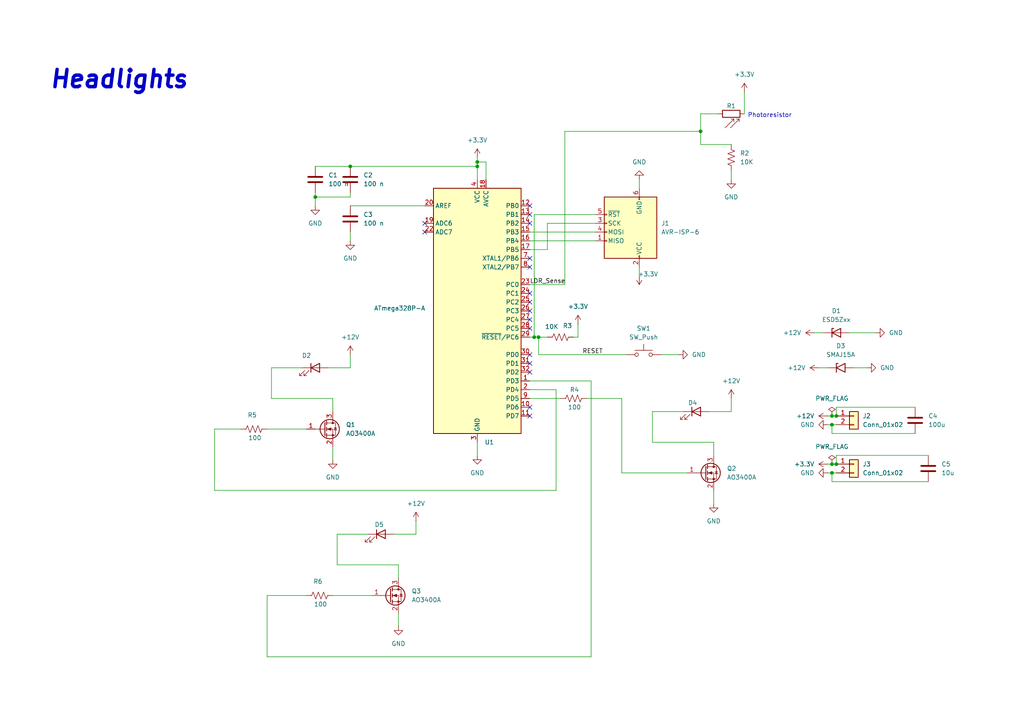
<source format=kicad_sch>
(kicad_sch
	(version 20250114)
	(generator "eeschema")
	(generator_version "9.0")
	(uuid "9834daca-7bb5-49b4-b2d7-2ec9b04cadfc")
	(paper "A4")
	(lib_symbols
		(symbol "Connector:AVR-ISP-6"
			(pin_names
				(offset 1.016)
			)
			(exclude_from_sim no)
			(in_bom yes)
			(on_board yes)
			(property "Reference" "J"
				(at -6.35 11.43 0)
				(effects
					(font
						(size 1.27 1.27)
					)
					(justify left)
				)
			)
			(property "Value" "AVR-ISP-6"
				(at 0 11.43 0)
				(effects
					(font
						(size 1.27 1.27)
					)
					(justify left)
				)
			)
			(property "Footprint" ""
				(at -6.35 1.27 90)
				(effects
					(font
						(size 1.27 1.27)
					)
					(hide yes)
				)
			)
			(property "Datasheet" "~"
				(at -32.385 -13.97 0)
				(effects
					(font
						(size 1.27 1.27)
					)
					(hide yes)
				)
			)
			(property "Description" "Atmel 6-pin ISP connector"
				(at 0 0 0)
				(effects
					(font
						(size 1.27 1.27)
					)
					(hide yes)
				)
			)
			(property "ki_keywords" "AVR ISP Connector"
				(at 0 0 0)
				(effects
					(font
						(size 1.27 1.27)
					)
					(hide yes)
				)
			)
			(property "ki_fp_filters" "IDC?Header*2x03* Pin?Header*2x03*"
				(at 0 0 0)
				(effects
					(font
						(size 1.27 1.27)
					)
					(hide yes)
				)
			)
			(symbol "AVR-ISP-6_0_1"
				(rectangle
					(start -2.667 10.16)
					(end -2.413 9.398)
					(stroke
						(width 0)
						(type default)
					)
					(fill
						(type none)
					)
				)
				(rectangle
					(start -2.667 -6.858)
					(end -2.413 -7.62)
					(stroke
						(width 0)
						(type default)
					)
					(fill
						(type none)
					)
				)
				(rectangle
					(start 7.62 10.16)
					(end -7.62 -7.62)
					(stroke
						(width 0.254)
						(type default)
					)
					(fill
						(type background)
					)
				)
				(rectangle
					(start 7.62 5.207)
					(end 6.858 4.953)
					(stroke
						(width 0)
						(type default)
					)
					(fill
						(type none)
					)
				)
				(rectangle
					(start 7.62 2.667)
					(end 6.858 2.413)
					(stroke
						(width 0)
						(type default)
					)
					(fill
						(type none)
					)
				)
				(rectangle
					(start 7.62 0.127)
					(end 6.858 -0.127)
					(stroke
						(width 0)
						(type default)
					)
					(fill
						(type none)
					)
				)
				(rectangle
					(start 7.62 -2.413)
					(end 6.858 -2.667)
					(stroke
						(width 0)
						(type default)
					)
					(fill
						(type none)
					)
				)
			)
			(symbol "AVR-ISP-6_1_1"
				(pin passive line
					(at -2.54 12.7 270)
					(length 2.54)
					(name "VCC"
						(effects
							(font
								(size 1.27 1.27)
							)
						)
					)
					(number "2"
						(effects
							(font
								(size 1.27 1.27)
							)
						)
					)
				)
				(pin passive line
					(at -2.54 -10.16 90)
					(length 2.54)
					(name "GND"
						(effects
							(font
								(size 1.27 1.27)
							)
						)
					)
					(number "6"
						(effects
							(font
								(size 1.27 1.27)
							)
						)
					)
				)
				(pin passive line
					(at 10.16 5.08 180)
					(length 2.54)
					(name "MISO"
						(effects
							(font
								(size 1.27 1.27)
							)
						)
					)
					(number "1"
						(effects
							(font
								(size 1.27 1.27)
							)
						)
					)
				)
				(pin passive line
					(at 10.16 2.54 180)
					(length 2.54)
					(name "MOSI"
						(effects
							(font
								(size 1.27 1.27)
							)
						)
					)
					(number "4"
						(effects
							(font
								(size 1.27 1.27)
							)
						)
					)
				)
				(pin passive line
					(at 10.16 0 180)
					(length 2.54)
					(name "SCK"
						(effects
							(font
								(size 1.27 1.27)
							)
						)
					)
					(number "3"
						(effects
							(font
								(size 1.27 1.27)
							)
						)
					)
				)
				(pin passive line
					(at 10.16 -2.54 180)
					(length 2.54)
					(name "~{RST}"
						(effects
							(font
								(size 1.27 1.27)
							)
						)
					)
					(number "5"
						(effects
							(font
								(size 1.27 1.27)
							)
						)
					)
				)
			)
			(embedded_fonts no)
		)
		(symbol "Connector_Generic:Conn_01x02"
			(pin_names
				(offset 1.016)
				(hide yes)
			)
			(exclude_from_sim no)
			(in_bom yes)
			(on_board yes)
			(property "Reference" "J"
				(at 0 2.54 0)
				(effects
					(font
						(size 1.27 1.27)
					)
				)
			)
			(property "Value" "Conn_01x02"
				(at 0 -5.08 0)
				(effects
					(font
						(size 1.27 1.27)
					)
				)
			)
			(property "Footprint" ""
				(at 0 0 0)
				(effects
					(font
						(size 1.27 1.27)
					)
					(hide yes)
				)
			)
			(property "Datasheet" "~"
				(at 0 0 0)
				(effects
					(font
						(size 1.27 1.27)
					)
					(hide yes)
				)
			)
			(property "Description" "Generic connector, single row, 01x02, script generated (kicad-library-utils/schlib/autogen/connector/)"
				(at 0 0 0)
				(effects
					(font
						(size 1.27 1.27)
					)
					(hide yes)
				)
			)
			(property "ki_keywords" "connector"
				(at 0 0 0)
				(effects
					(font
						(size 1.27 1.27)
					)
					(hide yes)
				)
			)
			(property "ki_fp_filters" "Connector*:*_1x??_*"
				(at 0 0 0)
				(effects
					(font
						(size 1.27 1.27)
					)
					(hide yes)
				)
			)
			(symbol "Conn_01x02_1_1"
				(rectangle
					(start -1.27 1.27)
					(end 1.27 -3.81)
					(stroke
						(width 0.254)
						(type default)
					)
					(fill
						(type background)
					)
				)
				(rectangle
					(start -1.27 0.127)
					(end 0 -0.127)
					(stroke
						(width 0.1524)
						(type default)
					)
					(fill
						(type none)
					)
				)
				(rectangle
					(start -1.27 -2.413)
					(end 0 -2.667)
					(stroke
						(width 0.1524)
						(type default)
					)
					(fill
						(type none)
					)
				)
				(pin passive line
					(at -5.08 0 0)
					(length 3.81)
					(name "Pin_1"
						(effects
							(font
								(size 1.27 1.27)
							)
						)
					)
					(number "1"
						(effects
							(font
								(size 1.27 1.27)
							)
						)
					)
				)
				(pin passive line
					(at -5.08 -2.54 0)
					(length 3.81)
					(name "Pin_2"
						(effects
							(font
								(size 1.27 1.27)
							)
						)
					)
					(number "2"
						(effects
							(font
								(size 1.27 1.27)
							)
						)
					)
				)
			)
			(embedded_fonts no)
		)
		(symbol "Device:C"
			(pin_numbers
				(hide yes)
			)
			(pin_names
				(offset 0.254)
			)
			(exclude_from_sim no)
			(in_bom yes)
			(on_board yes)
			(property "Reference" "C"
				(at 0.635 2.54 0)
				(effects
					(font
						(size 1.27 1.27)
					)
					(justify left)
				)
			)
			(property "Value" "C"
				(at 0.635 -2.54 0)
				(effects
					(font
						(size 1.27 1.27)
					)
					(justify left)
				)
			)
			(property "Footprint" ""
				(at 0.9652 -3.81 0)
				(effects
					(font
						(size 1.27 1.27)
					)
					(hide yes)
				)
			)
			(property "Datasheet" "~"
				(at 0 0 0)
				(effects
					(font
						(size 1.27 1.27)
					)
					(hide yes)
				)
			)
			(property "Description" "Unpolarized capacitor"
				(at 0 0 0)
				(effects
					(font
						(size 1.27 1.27)
					)
					(hide yes)
				)
			)
			(property "ki_keywords" "cap capacitor"
				(at 0 0 0)
				(effects
					(font
						(size 1.27 1.27)
					)
					(hide yes)
				)
			)
			(property "ki_fp_filters" "C_*"
				(at 0 0 0)
				(effects
					(font
						(size 1.27 1.27)
					)
					(hide yes)
				)
			)
			(symbol "C_0_1"
				(polyline
					(pts
						(xy -2.032 0.762) (xy 2.032 0.762)
					)
					(stroke
						(width 0.508)
						(type default)
					)
					(fill
						(type none)
					)
				)
				(polyline
					(pts
						(xy -2.032 -0.762) (xy 2.032 -0.762)
					)
					(stroke
						(width 0.508)
						(type default)
					)
					(fill
						(type none)
					)
				)
			)
			(symbol "C_1_1"
				(pin passive line
					(at 0 3.81 270)
					(length 2.794)
					(name "~"
						(effects
							(font
								(size 1.27 1.27)
							)
						)
					)
					(number "1"
						(effects
							(font
								(size 1.27 1.27)
							)
						)
					)
				)
				(pin passive line
					(at 0 -3.81 90)
					(length 2.794)
					(name "~"
						(effects
							(font
								(size 1.27 1.27)
							)
						)
					)
					(number "2"
						(effects
							(font
								(size 1.27 1.27)
							)
						)
					)
				)
			)
			(embedded_fonts no)
		)
		(symbol "Device:LED"
			(pin_numbers
				(hide yes)
			)
			(pin_names
				(offset 1.016)
				(hide yes)
			)
			(exclude_from_sim no)
			(in_bom yes)
			(on_board yes)
			(property "Reference" "D"
				(at 0 2.54 0)
				(effects
					(font
						(size 1.27 1.27)
					)
				)
			)
			(property "Value" "LED"
				(at 0 -2.54 0)
				(effects
					(font
						(size 1.27 1.27)
					)
				)
			)
			(property "Footprint" ""
				(at 0 0 0)
				(effects
					(font
						(size 1.27 1.27)
					)
					(hide yes)
				)
			)
			(property "Datasheet" "~"
				(at 0 0 0)
				(effects
					(font
						(size 1.27 1.27)
					)
					(hide yes)
				)
			)
			(property "Description" "Light emitting diode"
				(at 0 0 0)
				(effects
					(font
						(size 1.27 1.27)
					)
					(hide yes)
				)
			)
			(property "Sim.Pins" "1=K 2=A"
				(at 0 0 0)
				(effects
					(font
						(size 1.27 1.27)
					)
					(hide yes)
				)
			)
			(property "ki_keywords" "LED diode"
				(at 0 0 0)
				(effects
					(font
						(size 1.27 1.27)
					)
					(hide yes)
				)
			)
			(property "ki_fp_filters" "LED* LED_SMD:* LED_THT:*"
				(at 0 0 0)
				(effects
					(font
						(size 1.27 1.27)
					)
					(hide yes)
				)
			)
			(symbol "LED_0_1"
				(polyline
					(pts
						(xy -3.048 -0.762) (xy -4.572 -2.286) (xy -3.81 -2.286) (xy -4.572 -2.286) (xy -4.572 -1.524)
					)
					(stroke
						(width 0)
						(type default)
					)
					(fill
						(type none)
					)
				)
				(polyline
					(pts
						(xy -1.778 -0.762) (xy -3.302 -2.286) (xy -2.54 -2.286) (xy -3.302 -2.286) (xy -3.302 -1.524)
					)
					(stroke
						(width 0)
						(type default)
					)
					(fill
						(type none)
					)
				)
				(polyline
					(pts
						(xy -1.27 0) (xy 1.27 0)
					)
					(stroke
						(width 0)
						(type default)
					)
					(fill
						(type none)
					)
				)
				(polyline
					(pts
						(xy -1.27 -1.27) (xy -1.27 1.27)
					)
					(stroke
						(width 0.254)
						(type default)
					)
					(fill
						(type none)
					)
				)
				(polyline
					(pts
						(xy 1.27 -1.27) (xy 1.27 1.27) (xy -1.27 0) (xy 1.27 -1.27)
					)
					(stroke
						(width 0.254)
						(type default)
					)
					(fill
						(type none)
					)
				)
			)
			(symbol "LED_1_1"
				(pin passive line
					(at -3.81 0 0)
					(length 2.54)
					(name "K"
						(effects
							(font
								(size 1.27 1.27)
							)
						)
					)
					(number "1"
						(effects
							(font
								(size 1.27 1.27)
							)
						)
					)
				)
				(pin passive line
					(at 3.81 0 180)
					(length 2.54)
					(name "A"
						(effects
							(font
								(size 1.27 1.27)
							)
						)
					)
					(number "2"
						(effects
							(font
								(size 1.27 1.27)
							)
						)
					)
				)
			)
			(embedded_fonts no)
		)
		(symbol "Device:R_Photo"
			(pin_numbers
				(hide yes)
			)
			(pin_names
				(offset 0)
			)
			(exclude_from_sim no)
			(in_bom yes)
			(on_board yes)
			(property "Reference" "R"
				(at 1.27 1.27 0)
				(effects
					(font
						(size 1.27 1.27)
					)
					(justify left)
				)
			)
			(property "Value" "R_Photo"
				(at 1.27 0 0)
				(effects
					(font
						(size 1.27 1.27)
					)
					(justify left top)
				)
			)
			(property "Footprint" ""
				(at 1.27 -6.35 90)
				(effects
					(font
						(size 1.27 1.27)
					)
					(justify left)
					(hide yes)
				)
			)
			(property "Datasheet" "~"
				(at 0 -1.27 0)
				(effects
					(font
						(size 1.27 1.27)
					)
					(hide yes)
				)
			)
			(property "Description" "Photoresistor"
				(at 0 0 0)
				(effects
					(font
						(size 1.27 1.27)
					)
					(hide yes)
				)
			)
			(property "ki_keywords" "resistor variable light sensitive opto LDR"
				(at 0 0 0)
				(effects
					(font
						(size 1.27 1.27)
					)
					(hide yes)
				)
			)
			(property "ki_fp_filters" "*LDR* R?LDR*"
				(at 0 0 0)
				(effects
					(font
						(size 1.27 1.27)
					)
					(hide yes)
				)
			)
			(symbol "R_Photo_0_1"
				(polyline
					(pts
						(xy -1.524 -0.762) (xy -4.064 1.778)
					)
					(stroke
						(width 0)
						(type default)
					)
					(fill
						(type none)
					)
				)
				(polyline
					(pts
						(xy -1.524 -0.762) (xy -2.286 -0.762)
					)
					(stroke
						(width 0)
						(type default)
					)
					(fill
						(type none)
					)
				)
				(polyline
					(pts
						(xy -1.524 -0.762) (xy -1.524 0)
					)
					(stroke
						(width 0)
						(type default)
					)
					(fill
						(type none)
					)
				)
				(polyline
					(pts
						(xy -1.524 -2.286) (xy -4.064 0.254)
					)
					(stroke
						(width 0)
						(type default)
					)
					(fill
						(type none)
					)
				)
				(polyline
					(pts
						(xy -1.524 -2.286) (xy -2.286 -2.286)
					)
					(stroke
						(width 0)
						(type default)
					)
					(fill
						(type none)
					)
				)
				(polyline
					(pts
						(xy -1.524 -2.286) (xy -1.524 -1.524)
					)
					(stroke
						(width 0)
						(type default)
					)
					(fill
						(type none)
					)
				)
				(rectangle
					(start -1.016 2.54)
					(end 1.016 -2.54)
					(stroke
						(width 0.254)
						(type default)
					)
					(fill
						(type none)
					)
				)
			)
			(symbol "R_Photo_1_1"
				(pin passive line
					(at 0 3.81 270)
					(length 1.27)
					(name "~"
						(effects
							(font
								(size 1.27 1.27)
							)
						)
					)
					(number "1"
						(effects
							(font
								(size 1.27 1.27)
							)
						)
					)
				)
				(pin passive line
					(at 0 -3.81 90)
					(length 1.27)
					(name "~"
						(effects
							(font
								(size 1.27 1.27)
							)
						)
					)
					(number "2"
						(effects
							(font
								(size 1.27 1.27)
							)
						)
					)
				)
			)
			(embedded_fonts no)
		)
		(symbol "Device:R_US"
			(pin_numbers
				(hide yes)
			)
			(pin_names
				(offset 0)
			)
			(exclude_from_sim no)
			(in_bom yes)
			(on_board yes)
			(property "Reference" "R"
				(at 2.54 0 90)
				(effects
					(font
						(size 1.27 1.27)
					)
				)
			)
			(property "Value" "R_US"
				(at -2.54 0 90)
				(effects
					(font
						(size 1.27 1.27)
					)
				)
			)
			(property "Footprint" ""
				(at 1.016 -0.254 90)
				(effects
					(font
						(size 1.27 1.27)
					)
					(hide yes)
				)
			)
			(property "Datasheet" "~"
				(at 0 0 0)
				(effects
					(font
						(size 1.27 1.27)
					)
					(hide yes)
				)
			)
			(property "Description" "Resistor, US symbol"
				(at 0 0 0)
				(effects
					(font
						(size 1.27 1.27)
					)
					(hide yes)
				)
			)
			(property "ki_keywords" "R res resistor"
				(at 0 0 0)
				(effects
					(font
						(size 1.27 1.27)
					)
					(hide yes)
				)
			)
			(property "ki_fp_filters" "R_*"
				(at 0 0 0)
				(effects
					(font
						(size 1.27 1.27)
					)
					(hide yes)
				)
			)
			(symbol "R_US_0_1"
				(polyline
					(pts
						(xy 0 2.286) (xy 0 2.54)
					)
					(stroke
						(width 0)
						(type default)
					)
					(fill
						(type none)
					)
				)
				(polyline
					(pts
						(xy 0 2.286) (xy 1.016 1.905) (xy 0 1.524) (xy -1.016 1.143) (xy 0 0.762)
					)
					(stroke
						(width 0)
						(type default)
					)
					(fill
						(type none)
					)
				)
				(polyline
					(pts
						(xy 0 0.762) (xy 1.016 0.381) (xy 0 0) (xy -1.016 -0.381) (xy 0 -0.762)
					)
					(stroke
						(width 0)
						(type default)
					)
					(fill
						(type none)
					)
				)
				(polyline
					(pts
						(xy 0 -0.762) (xy 1.016 -1.143) (xy 0 -1.524) (xy -1.016 -1.905) (xy 0 -2.286)
					)
					(stroke
						(width 0)
						(type default)
					)
					(fill
						(type none)
					)
				)
				(polyline
					(pts
						(xy 0 -2.286) (xy 0 -2.54)
					)
					(stroke
						(width 0)
						(type default)
					)
					(fill
						(type none)
					)
				)
			)
			(symbol "R_US_1_1"
				(pin passive line
					(at 0 3.81 270)
					(length 1.27)
					(name "~"
						(effects
							(font
								(size 1.27 1.27)
							)
						)
					)
					(number "1"
						(effects
							(font
								(size 1.27 1.27)
							)
						)
					)
				)
				(pin passive line
					(at 0 -3.81 90)
					(length 1.27)
					(name "~"
						(effects
							(font
								(size 1.27 1.27)
							)
						)
					)
					(number "2"
						(effects
							(font
								(size 1.27 1.27)
							)
						)
					)
				)
			)
			(embedded_fonts no)
		)
		(symbol "Diode:ESD5Zxx"
			(pin_numbers
				(hide yes)
			)
			(pin_names
				(hide yes)
			)
			(exclude_from_sim no)
			(in_bom yes)
			(on_board yes)
			(property "Reference" "D"
				(at 0 2.54 0)
				(effects
					(font
						(size 1.27 1.27)
					)
				)
			)
			(property "Value" "ESD5Zxx"
				(at 0 -2.54 0)
				(effects
					(font
						(size 1.27 1.27)
					)
				)
			)
			(property "Footprint" "Diode_SMD:D_SOD-523"
				(at 0 -4.445 0)
				(effects
					(font
						(size 1.27 1.27)
					)
					(hide yes)
				)
			)
			(property "Datasheet" "https://www.onsemi.com/pdf/datasheet/esd5z2.5t1-d.pdf"
				(at 0 0 0)
				(effects
					(font
						(size 1.27 1.27)
					)
					(hide yes)
				)
			)
			(property "Description" "ESD Protection Diode, SOD-523"
				(at 0 0 0)
				(effects
					(font
						(size 1.27 1.27)
					)
					(hide yes)
				)
			)
			(property "ki_keywords" "esd tvs unidirectional diode"
				(at 0 0 0)
				(effects
					(font
						(size 1.27 1.27)
					)
					(hide yes)
				)
			)
			(property "ki_fp_filters" "D?SOD?523*"
				(at 0 0 0)
				(effects
					(font
						(size 1.27 1.27)
					)
					(hide yes)
				)
			)
			(symbol "ESD5Zxx_0_1"
				(polyline
					(pts
						(xy -1.27 -1.27) (xy -1.27 1.27) (xy -0.762 1.27)
					)
					(stroke
						(width 0.254)
						(type default)
					)
					(fill
						(type none)
					)
				)
				(polyline
					(pts
						(xy 1.27 0) (xy -1.27 0)
					)
					(stroke
						(width 0)
						(type default)
					)
					(fill
						(type none)
					)
				)
				(polyline
					(pts
						(xy 1.27 -1.27) (xy 1.27 1.27) (xy -1.27 0) (xy 1.27 -1.27)
					)
					(stroke
						(width 0.254)
						(type default)
					)
					(fill
						(type none)
					)
				)
			)
			(symbol "ESD5Zxx_1_1"
				(pin passive line
					(at -3.81 0 0)
					(length 2.54)
					(name "K"
						(effects
							(font
								(size 1.27 1.27)
							)
						)
					)
					(number "1"
						(effects
							(font
								(size 1.27 1.27)
							)
						)
					)
				)
				(pin passive line
					(at 3.81 0 180)
					(length 2.54)
					(name "A"
						(effects
							(font
								(size 1.27 1.27)
							)
						)
					)
					(number "2"
						(effects
							(font
								(size 1.27 1.27)
							)
						)
					)
				)
			)
			(embedded_fonts no)
		)
		(symbol "Diode:SMAJ15A"
			(pin_numbers
				(hide yes)
			)
			(pin_names
				(offset 1.016)
				(hide yes)
			)
			(exclude_from_sim no)
			(in_bom yes)
			(on_board yes)
			(property "Reference" "D"
				(at 0 2.54 0)
				(effects
					(font
						(size 1.27 1.27)
					)
				)
			)
			(property "Value" "SMAJ15A"
				(at 0 -2.54 0)
				(effects
					(font
						(size 1.27 1.27)
					)
				)
			)
			(property "Footprint" "Diode_SMD:D_SMA"
				(at 0 -5.08 0)
				(effects
					(font
						(size 1.27 1.27)
					)
					(hide yes)
				)
			)
			(property "Datasheet" "https://www.littelfuse.com/media?resourcetype=datasheets&itemid=75e32973-b177-4ee3-a0ff-cedaf1abdb93&filename=smaj-datasheet"
				(at -1.27 0 0)
				(effects
					(font
						(size 1.27 1.27)
					)
					(hide yes)
				)
			)
			(property "Description" "400W unidirectional Transient Voltage Suppressor, 15.0Vr, SMA(DO-214AC)"
				(at 0 0 0)
				(effects
					(font
						(size 1.27 1.27)
					)
					(hide yes)
				)
			)
			(property "ki_keywords" "unidirectional diode TVS voltage suppressor"
				(at 0 0 0)
				(effects
					(font
						(size 1.27 1.27)
					)
					(hide yes)
				)
			)
			(property "ki_fp_filters" "D*SMA*"
				(at 0 0 0)
				(effects
					(font
						(size 1.27 1.27)
					)
					(hide yes)
				)
			)
			(symbol "SMAJ15A_0_1"
				(polyline
					(pts
						(xy -0.762 1.27) (xy -1.27 1.27) (xy -1.27 -1.27)
					)
					(stroke
						(width 0.254)
						(type default)
					)
					(fill
						(type none)
					)
				)
				(polyline
					(pts
						(xy 1.27 1.27) (xy 1.27 -1.27) (xy -1.27 0) (xy 1.27 1.27)
					)
					(stroke
						(width 0.254)
						(type default)
					)
					(fill
						(type none)
					)
				)
			)
			(symbol "SMAJ15A_1_1"
				(pin passive line
					(at -3.81 0 0)
					(length 2.54)
					(name "A1"
						(effects
							(font
								(size 1.27 1.27)
							)
						)
					)
					(number "1"
						(effects
							(font
								(size 1.27 1.27)
							)
						)
					)
				)
				(pin passive line
					(at 3.81 0 180)
					(length 2.54)
					(name "A2"
						(effects
							(font
								(size 1.27 1.27)
							)
						)
					)
					(number "2"
						(effects
							(font
								(size 1.27 1.27)
							)
						)
					)
				)
			)
			(embedded_fonts no)
		)
		(symbol "MCU_Microchip_ATmega:ATmega328P-A"
			(exclude_from_sim no)
			(in_bom yes)
			(on_board yes)
			(property "Reference" "U"
				(at -12.7 36.83 0)
				(effects
					(font
						(size 1.27 1.27)
					)
					(justify left bottom)
				)
			)
			(property "Value" "ATmega328P-A"
				(at 2.54 -36.83 0)
				(effects
					(font
						(size 1.27 1.27)
					)
					(justify left top)
				)
			)
			(property "Footprint" "Package_QFP:TQFP-32_7x7mm_P0.8mm"
				(at 0 0 0)
				(effects
					(font
						(size 1.27 1.27)
						(italic yes)
					)
					(hide yes)
				)
			)
			(property "Datasheet" "http://ww1.microchip.com/downloads/en/DeviceDoc/ATmega328_P%20AVR%20MCU%20with%20picoPower%20Technology%20Data%20Sheet%2040001984A.pdf"
				(at 0 0 0)
				(effects
					(font
						(size 1.27 1.27)
					)
					(hide yes)
				)
			)
			(property "Description" "20MHz, 32kB Flash, 2kB SRAM, 1kB EEPROM, TQFP-32"
				(at 0 0 0)
				(effects
					(font
						(size 1.27 1.27)
					)
					(hide yes)
				)
			)
			(property "ki_keywords" "AVR 8bit Microcontroller MegaAVR PicoPower"
				(at 0 0 0)
				(effects
					(font
						(size 1.27 1.27)
					)
					(hide yes)
				)
			)
			(property "ki_fp_filters" "TQFP*7x7mm*P0.8mm*"
				(at 0 0 0)
				(effects
					(font
						(size 1.27 1.27)
					)
					(hide yes)
				)
			)
			(symbol "ATmega328P-A_0_1"
				(rectangle
					(start -12.7 -35.56)
					(end 12.7 35.56)
					(stroke
						(width 0.254)
						(type default)
					)
					(fill
						(type background)
					)
				)
			)
			(symbol "ATmega328P-A_1_1"
				(pin passive line
					(at -15.24 30.48 0)
					(length 2.54)
					(name "AREF"
						(effects
							(font
								(size 1.27 1.27)
							)
						)
					)
					(number "20"
						(effects
							(font
								(size 1.27 1.27)
							)
						)
					)
				)
				(pin input line
					(at -15.24 25.4 0)
					(length 2.54)
					(name "ADC6"
						(effects
							(font
								(size 1.27 1.27)
							)
						)
					)
					(number "19"
						(effects
							(font
								(size 1.27 1.27)
							)
						)
					)
				)
				(pin input line
					(at -15.24 22.86 0)
					(length 2.54)
					(name "ADC7"
						(effects
							(font
								(size 1.27 1.27)
							)
						)
					)
					(number "22"
						(effects
							(font
								(size 1.27 1.27)
							)
						)
					)
				)
				(pin power_in line
					(at 0 38.1 270)
					(length 2.54)
					(name "VCC"
						(effects
							(font
								(size 1.27 1.27)
							)
						)
					)
					(number "4"
						(effects
							(font
								(size 1.27 1.27)
							)
						)
					)
				)
				(pin passive line
					(at 0 38.1 270)
					(length 2.54)
					(hide yes)
					(name "VCC"
						(effects
							(font
								(size 1.27 1.27)
							)
						)
					)
					(number "6"
						(effects
							(font
								(size 1.27 1.27)
							)
						)
					)
				)
				(pin passive line
					(at 0 -38.1 90)
					(length 2.54)
					(hide yes)
					(name "GND"
						(effects
							(font
								(size 1.27 1.27)
							)
						)
					)
					(number "21"
						(effects
							(font
								(size 1.27 1.27)
							)
						)
					)
				)
				(pin power_in line
					(at 0 -38.1 90)
					(length 2.54)
					(name "GND"
						(effects
							(font
								(size 1.27 1.27)
							)
						)
					)
					(number "3"
						(effects
							(font
								(size 1.27 1.27)
							)
						)
					)
				)
				(pin passive line
					(at 0 -38.1 90)
					(length 2.54)
					(hide yes)
					(name "GND"
						(effects
							(font
								(size 1.27 1.27)
							)
						)
					)
					(number "5"
						(effects
							(font
								(size 1.27 1.27)
							)
						)
					)
				)
				(pin power_in line
					(at 2.54 38.1 270)
					(length 2.54)
					(name "AVCC"
						(effects
							(font
								(size 1.27 1.27)
							)
						)
					)
					(number "18"
						(effects
							(font
								(size 1.27 1.27)
							)
						)
					)
				)
				(pin bidirectional line
					(at 15.24 30.48 180)
					(length 2.54)
					(name "PB0"
						(effects
							(font
								(size 1.27 1.27)
							)
						)
					)
					(number "12"
						(effects
							(font
								(size 1.27 1.27)
							)
						)
					)
				)
				(pin bidirectional line
					(at 15.24 27.94 180)
					(length 2.54)
					(name "PB1"
						(effects
							(font
								(size 1.27 1.27)
							)
						)
					)
					(number "13"
						(effects
							(font
								(size 1.27 1.27)
							)
						)
					)
				)
				(pin bidirectional line
					(at 15.24 25.4 180)
					(length 2.54)
					(name "PB2"
						(effects
							(font
								(size 1.27 1.27)
							)
						)
					)
					(number "14"
						(effects
							(font
								(size 1.27 1.27)
							)
						)
					)
				)
				(pin bidirectional line
					(at 15.24 22.86 180)
					(length 2.54)
					(name "PB3"
						(effects
							(font
								(size 1.27 1.27)
							)
						)
					)
					(number "15"
						(effects
							(font
								(size 1.27 1.27)
							)
						)
					)
				)
				(pin bidirectional line
					(at 15.24 20.32 180)
					(length 2.54)
					(name "PB4"
						(effects
							(font
								(size 1.27 1.27)
							)
						)
					)
					(number "16"
						(effects
							(font
								(size 1.27 1.27)
							)
						)
					)
				)
				(pin bidirectional line
					(at 15.24 17.78 180)
					(length 2.54)
					(name "PB5"
						(effects
							(font
								(size 1.27 1.27)
							)
						)
					)
					(number "17"
						(effects
							(font
								(size 1.27 1.27)
							)
						)
					)
				)
				(pin bidirectional line
					(at 15.24 15.24 180)
					(length 2.54)
					(name "XTAL1/PB6"
						(effects
							(font
								(size 1.27 1.27)
							)
						)
					)
					(number "7"
						(effects
							(font
								(size 1.27 1.27)
							)
						)
					)
				)
				(pin bidirectional line
					(at 15.24 12.7 180)
					(length 2.54)
					(name "XTAL2/PB7"
						(effects
							(font
								(size 1.27 1.27)
							)
						)
					)
					(number "8"
						(effects
							(font
								(size 1.27 1.27)
							)
						)
					)
				)
				(pin bidirectional line
					(at 15.24 7.62 180)
					(length 2.54)
					(name "PC0"
						(effects
							(font
								(size 1.27 1.27)
							)
						)
					)
					(number "23"
						(effects
							(font
								(size 1.27 1.27)
							)
						)
					)
				)
				(pin bidirectional line
					(at 15.24 5.08 180)
					(length 2.54)
					(name "PC1"
						(effects
							(font
								(size 1.27 1.27)
							)
						)
					)
					(number "24"
						(effects
							(font
								(size 1.27 1.27)
							)
						)
					)
				)
				(pin bidirectional line
					(at 15.24 2.54 180)
					(length 2.54)
					(name "PC2"
						(effects
							(font
								(size 1.27 1.27)
							)
						)
					)
					(number "25"
						(effects
							(font
								(size 1.27 1.27)
							)
						)
					)
				)
				(pin bidirectional line
					(at 15.24 0 180)
					(length 2.54)
					(name "PC3"
						(effects
							(font
								(size 1.27 1.27)
							)
						)
					)
					(number "26"
						(effects
							(font
								(size 1.27 1.27)
							)
						)
					)
				)
				(pin bidirectional line
					(at 15.24 -2.54 180)
					(length 2.54)
					(name "PC4"
						(effects
							(font
								(size 1.27 1.27)
							)
						)
					)
					(number "27"
						(effects
							(font
								(size 1.27 1.27)
							)
						)
					)
				)
				(pin bidirectional line
					(at 15.24 -5.08 180)
					(length 2.54)
					(name "PC5"
						(effects
							(font
								(size 1.27 1.27)
							)
						)
					)
					(number "28"
						(effects
							(font
								(size 1.27 1.27)
							)
						)
					)
				)
				(pin bidirectional line
					(at 15.24 -7.62 180)
					(length 2.54)
					(name "~{RESET}/PC6"
						(effects
							(font
								(size 1.27 1.27)
							)
						)
					)
					(number "29"
						(effects
							(font
								(size 1.27 1.27)
							)
						)
					)
				)
				(pin bidirectional line
					(at 15.24 -12.7 180)
					(length 2.54)
					(name "PD0"
						(effects
							(font
								(size 1.27 1.27)
							)
						)
					)
					(number "30"
						(effects
							(font
								(size 1.27 1.27)
							)
						)
					)
				)
				(pin bidirectional line
					(at 15.24 -15.24 180)
					(length 2.54)
					(name "PD1"
						(effects
							(font
								(size 1.27 1.27)
							)
						)
					)
					(number "31"
						(effects
							(font
								(size 1.27 1.27)
							)
						)
					)
				)
				(pin bidirectional line
					(at 15.24 -17.78 180)
					(length 2.54)
					(name "PD2"
						(effects
							(font
								(size 1.27 1.27)
							)
						)
					)
					(number "32"
						(effects
							(font
								(size 1.27 1.27)
							)
						)
					)
				)
				(pin bidirectional line
					(at 15.24 -20.32 180)
					(length 2.54)
					(name "PD3"
						(effects
							(font
								(size 1.27 1.27)
							)
						)
					)
					(number "1"
						(effects
							(font
								(size 1.27 1.27)
							)
						)
					)
				)
				(pin bidirectional line
					(at 15.24 -22.86 180)
					(length 2.54)
					(name "PD4"
						(effects
							(font
								(size 1.27 1.27)
							)
						)
					)
					(number "2"
						(effects
							(font
								(size 1.27 1.27)
							)
						)
					)
				)
				(pin bidirectional line
					(at 15.24 -25.4 180)
					(length 2.54)
					(name "PD5"
						(effects
							(font
								(size 1.27 1.27)
							)
						)
					)
					(number "9"
						(effects
							(font
								(size 1.27 1.27)
							)
						)
					)
				)
				(pin bidirectional line
					(at 15.24 -27.94 180)
					(length 2.54)
					(name "PD6"
						(effects
							(font
								(size 1.27 1.27)
							)
						)
					)
					(number "10"
						(effects
							(font
								(size 1.27 1.27)
							)
						)
					)
				)
				(pin bidirectional line
					(at 15.24 -30.48 180)
					(length 2.54)
					(name "PD7"
						(effects
							(font
								(size 1.27 1.27)
							)
						)
					)
					(number "11"
						(effects
							(font
								(size 1.27 1.27)
							)
						)
					)
				)
			)
			(embedded_fonts no)
		)
		(symbol "Switch:SW_Push"
			(pin_numbers
				(hide yes)
			)
			(pin_names
				(offset 1.016)
				(hide yes)
			)
			(exclude_from_sim no)
			(in_bom yes)
			(on_board yes)
			(property "Reference" "SW"
				(at 1.27 2.54 0)
				(effects
					(font
						(size 1.27 1.27)
					)
					(justify left)
				)
			)
			(property "Value" "SW_Push"
				(at 0 -1.524 0)
				(effects
					(font
						(size 1.27 1.27)
					)
				)
			)
			(property "Footprint" ""
				(at 0 5.08 0)
				(effects
					(font
						(size 1.27 1.27)
					)
					(hide yes)
				)
			)
			(property "Datasheet" "~"
				(at 0 5.08 0)
				(effects
					(font
						(size 1.27 1.27)
					)
					(hide yes)
				)
			)
			(property "Description" "Push button switch, generic, two pins"
				(at 0 0 0)
				(effects
					(font
						(size 1.27 1.27)
					)
					(hide yes)
				)
			)
			(property "ki_keywords" "switch normally-open pushbutton push-button"
				(at 0 0 0)
				(effects
					(font
						(size 1.27 1.27)
					)
					(hide yes)
				)
			)
			(symbol "SW_Push_0_1"
				(circle
					(center -2.032 0)
					(radius 0.508)
					(stroke
						(width 0)
						(type default)
					)
					(fill
						(type none)
					)
				)
				(polyline
					(pts
						(xy 0 1.27) (xy 0 3.048)
					)
					(stroke
						(width 0)
						(type default)
					)
					(fill
						(type none)
					)
				)
				(circle
					(center 2.032 0)
					(radius 0.508)
					(stroke
						(width 0)
						(type default)
					)
					(fill
						(type none)
					)
				)
				(polyline
					(pts
						(xy 2.54 1.27) (xy -2.54 1.27)
					)
					(stroke
						(width 0)
						(type default)
					)
					(fill
						(type none)
					)
				)
				(pin passive line
					(at -5.08 0 0)
					(length 2.54)
					(name "1"
						(effects
							(font
								(size 1.27 1.27)
							)
						)
					)
					(number "1"
						(effects
							(font
								(size 1.27 1.27)
							)
						)
					)
				)
				(pin passive line
					(at 5.08 0 180)
					(length 2.54)
					(name "2"
						(effects
							(font
								(size 1.27 1.27)
							)
						)
					)
					(number "2"
						(effects
							(font
								(size 1.27 1.27)
							)
						)
					)
				)
			)
			(embedded_fonts no)
		)
		(symbol "Transistor_FET:AO3400A"
			(pin_names
				(offset 0)
				(hide yes)
			)
			(exclude_from_sim no)
			(in_bom yes)
			(on_board yes)
			(property "Reference" "Q"
				(at 5.08 1.905 0)
				(effects
					(font
						(size 1.27 1.27)
					)
					(justify left)
				)
			)
			(property "Value" "AO3400A"
				(at 5.08 0 0)
				(effects
					(font
						(size 1.27 1.27)
					)
					(justify left)
				)
			)
			(property "Footprint" "Package_TO_SOT_SMD:SOT-23"
				(at 5.08 -1.905 0)
				(effects
					(font
						(size 1.27 1.27)
						(italic yes)
					)
					(justify left)
					(hide yes)
				)
			)
			(property "Datasheet" "http://www.aosmd.com/pdfs/datasheet/AO3400A.pdf"
				(at 5.08 -3.81 0)
				(effects
					(font
						(size 1.27 1.27)
					)
					(justify left)
					(hide yes)
				)
			)
			(property "Description" "30V Vds, 5.7A Id, N-Channel MOSFET, SOT-23"
				(at 0 0 0)
				(effects
					(font
						(size 1.27 1.27)
					)
					(hide yes)
				)
			)
			(property "ki_keywords" "N-Channel MOSFET"
				(at 0 0 0)
				(effects
					(font
						(size 1.27 1.27)
					)
					(hide yes)
				)
			)
			(property "ki_fp_filters" "SOT?23*"
				(at 0 0 0)
				(effects
					(font
						(size 1.27 1.27)
					)
					(hide yes)
				)
			)
			(symbol "AO3400A_0_1"
				(polyline
					(pts
						(xy 0.254 1.905) (xy 0.254 -1.905)
					)
					(stroke
						(width 0.254)
						(type default)
					)
					(fill
						(type none)
					)
				)
				(polyline
					(pts
						(xy 0.254 0) (xy -2.54 0)
					)
					(stroke
						(width 0)
						(type default)
					)
					(fill
						(type none)
					)
				)
				(polyline
					(pts
						(xy 0.762 2.286) (xy 0.762 1.27)
					)
					(stroke
						(width 0.254)
						(type default)
					)
					(fill
						(type none)
					)
				)
				(polyline
					(pts
						(xy 0.762 0.508) (xy 0.762 -0.508)
					)
					(stroke
						(width 0.254)
						(type default)
					)
					(fill
						(type none)
					)
				)
				(polyline
					(pts
						(xy 0.762 -1.27) (xy 0.762 -2.286)
					)
					(stroke
						(width 0.254)
						(type default)
					)
					(fill
						(type none)
					)
				)
				(polyline
					(pts
						(xy 0.762 -1.778) (xy 3.302 -1.778) (xy 3.302 1.778) (xy 0.762 1.778)
					)
					(stroke
						(width 0)
						(type default)
					)
					(fill
						(type none)
					)
				)
				(polyline
					(pts
						(xy 1.016 0) (xy 2.032 0.381) (xy 2.032 -0.381) (xy 1.016 0)
					)
					(stroke
						(width 0)
						(type default)
					)
					(fill
						(type outline)
					)
				)
				(circle
					(center 1.651 0)
					(radius 2.794)
					(stroke
						(width 0.254)
						(type default)
					)
					(fill
						(type none)
					)
				)
				(polyline
					(pts
						(xy 2.54 2.54) (xy 2.54 1.778)
					)
					(stroke
						(width 0)
						(type default)
					)
					(fill
						(type none)
					)
				)
				(circle
					(center 2.54 1.778)
					(radius 0.254)
					(stroke
						(width 0)
						(type default)
					)
					(fill
						(type outline)
					)
				)
				(circle
					(center 2.54 -1.778)
					(radius 0.254)
					(stroke
						(width 0)
						(type default)
					)
					(fill
						(type outline)
					)
				)
				(polyline
					(pts
						(xy 2.54 -2.54) (xy 2.54 0) (xy 0.762 0)
					)
					(stroke
						(width 0)
						(type default)
					)
					(fill
						(type none)
					)
				)
				(polyline
					(pts
						(xy 2.921 0.381) (xy 3.683 0.381)
					)
					(stroke
						(width 0)
						(type default)
					)
					(fill
						(type none)
					)
				)
				(polyline
					(pts
						(xy 3.302 0.381) (xy 2.921 -0.254) (xy 3.683 -0.254) (xy 3.302 0.381)
					)
					(stroke
						(width 0)
						(type default)
					)
					(fill
						(type none)
					)
				)
			)
			(symbol "AO3400A_1_1"
				(pin input line
					(at -5.08 0 0)
					(length 2.54)
					(name "G"
						(effects
							(font
								(size 1.27 1.27)
							)
						)
					)
					(number "1"
						(effects
							(font
								(size 1.27 1.27)
							)
						)
					)
				)
				(pin passive line
					(at 2.54 5.08 270)
					(length 2.54)
					(name "D"
						(effects
							(font
								(size 1.27 1.27)
							)
						)
					)
					(number "3"
						(effects
							(font
								(size 1.27 1.27)
							)
						)
					)
				)
				(pin passive line
					(at 2.54 -5.08 90)
					(length 2.54)
					(name "S"
						(effects
							(font
								(size 1.27 1.27)
							)
						)
					)
					(number "2"
						(effects
							(font
								(size 1.27 1.27)
							)
						)
					)
				)
			)
			(embedded_fonts no)
		)
		(symbol "power:+12V"
			(power)
			(pin_numbers
				(hide yes)
			)
			(pin_names
				(offset 0)
				(hide yes)
			)
			(exclude_from_sim no)
			(in_bom yes)
			(on_board yes)
			(property "Reference" "#PWR"
				(at 0 -3.81 0)
				(effects
					(font
						(size 1.27 1.27)
					)
					(hide yes)
				)
			)
			(property "Value" "+12V"
				(at 0 3.556 0)
				(effects
					(font
						(size 1.27 1.27)
					)
				)
			)
			(property "Footprint" ""
				(at 0 0 0)
				(effects
					(font
						(size 1.27 1.27)
					)
					(hide yes)
				)
			)
			(property "Datasheet" ""
				(at 0 0 0)
				(effects
					(font
						(size 1.27 1.27)
					)
					(hide yes)
				)
			)
			(property "Description" "Power symbol creates a global label with name \"+12V\""
				(at 0 0 0)
				(effects
					(font
						(size 1.27 1.27)
					)
					(hide yes)
				)
			)
			(property "ki_keywords" "global power"
				(at 0 0 0)
				(effects
					(font
						(size 1.27 1.27)
					)
					(hide yes)
				)
			)
			(symbol "+12V_0_1"
				(polyline
					(pts
						(xy -0.762 1.27) (xy 0 2.54)
					)
					(stroke
						(width 0)
						(type default)
					)
					(fill
						(type none)
					)
				)
				(polyline
					(pts
						(xy 0 2.54) (xy 0.762 1.27)
					)
					(stroke
						(width 0)
						(type default)
					)
					(fill
						(type none)
					)
				)
				(polyline
					(pts
						(xy 0 0) (xy 0 2.54)
					)
					(stroke
						(width 0)
						(type default)
					)
					(fill
						(type none)
					)
				)
			)
			(symbol "+12V_1_1"
				(pin power_in line
					(at 0 0 90)
					(length 0)
					(name "~"
						(effects
							(font
								(size 1.27 1.27)
							)
						)
					)
					(number "1"
						(effects
							(font
								(size 1.27 1.27)
							)
						)
					)
				)
			)
			(embedded_fonts no)
		)
		(symbol "power:+3.3V"
			(power)
			(pin_numbers
				(hide yes)
			)
			(pin_names
				(offset 0)
				(hide yes)
			)
			(exclude_from_sim no)
			(in_bom yes)
			(on_board yes)
			(property "Reference" "#PWR"
				(at 0 -3.81 0)
				(effects
					(font
						(size 1.27 1.27)
					)
					(hide yes)
				)
			)
			(property "Value" "+3.3V"
				(at 0 3.556 0)
				(effects
					(font
						(size 1.27 1.27)
					)
				)
			)
			(property "Footprint" ""
				(at 0 0 0)
				(effects
					(font
						(size 1.27 1.27)
					)
					(hide yes)
				)
			)
			(property "Datasheet" ""
				(at 0 0 0)
				(effects
					(font
						(size 1.27 1.27)
					)
					(hide yes)
				)
			)
			(property "Description" "Power symbol creates a global label with name \"+3.3V\""
				(at 0 0 0)
				(effects
					(font
						(size 1.27 1.27)
					)
					(hide yes)
				)
			)
			(property "ki_keywords" "global power"
				(at 0 0 0)
				(effects
					(font
						(size 1.27 1.27)
					)
					(hide yes)
				)
			)
			(symbol "+3.3V_0_1"
				(polyline
					(pts
						(xy -0.762 1.27) (xy 0 2.54)
					)
					(stroke
						(width 0)
						(type default)
					)
					(fill
						(type none)
					)
				)
				(polyline
					(pts
						(xy 0 2.54) (xy 0.762 1.27)
					)
					(stroke
						(width 0)
						(type default)
					)
					(fill
						(type none)
					)
				)
				(polyline
					(pts
						(xy 0 0) (xy 0 2.54)
					)
					(stroke
						(width 0)
						(type default)
					)
					(fill
						(type none)
					)
				)
			)
			(symbol "+3.3V_1_1"
				(pin power_in line
					(at 0 0 90)
					(length 0)
					(name "~"
						(effects
							(font
								(size 1.27 1.27)
							)
						)
					)
					(number "1"
						(effects
							(font
								(size 1.27 1.27)
							)
						)
					)
				)
			)
			(embedded_fonts no)
		)
		(symbol "power:GND"
			(power)
			(pin_numbers
				(hide yes)
			)
			(pin_names
				(offset 0)
				(hide yes)
			)
			(exclude_from_sim no)
			(in_bom yes)
			(on_board yes)
			(property "Reference" "#PWR"
				(at 0 -6.35 0)
				(effects
					(font
						(size 1.27 1.27)
					)
					(hide yes)
				)
			)
			(property "Value" "GND"
				(at 0 -3.81 0)
				(effects
					(font
						(size 1.27 1.27)
					)
				)
			)
			(property "Footprint" ""
				(at 0 0 0)
				(effects
					(font
						(size 1.27 1.27)
					)
					(hide yes)
				)
			)
			(property "Datasheet" ""
				(at 0 0 0)
				(effects
					(font
						(size 1.27 1.27)
					)
					(hide yes)
				)
			)
			(property "Description" "Power symbol creates a global label with name \"GND\" , ground"
				(at 0 0 0)
				(effects
					(font
						(size 1.27 1.27)
					)
					(hide yes)
				)
			)
			(property "ki_keywords" "global power"
				(at 0 0 0)
				(effects
					(font
						(size 1.27 1.27)
					)
					(hide yes)
				)
			)
			(symbol "GND_0_1"
				(polyline
					(pts
						(xy 0 0) (xy 0 -1.27) (xy 1.27 -1.27) (xy 0 -2.54) (xy -1.27 -1.27) (xy 0 -1.27)
					)
					(stroke
						(width 0)
						(type default)
					)
					(fill
						(type none)
					)
				)
			)
			(symbol "GND_1_1"
				(pin power_in line
					(at 0 0 270)
					(length 0)
					(name "~"
						(effects
							(font
								(size 1.27 1.27)
							)
						)
					)
					(number "1"
						(effects
							(font
								(size 1.27 1.27)
							)
						)
					)
				)
			)
			(embedded_fonts no)
		)
		(symbol "power:PWR_FLAG"
			(power)
			(pin_numbers
				(hide yes)
			)
			(pin_names
				(offset 0)
				(hide yes)
			)
			(exclude_from_sim no)
			(in_bom yes)
			(on_board yes)
			(property "Reference" "#FLG"
				(at 0 1.905 0)
				(effects
					(font
						(size 1.27 1.27)
					)
					(hide yes)
				)
			)
			(property "Value" "PWR_FLAG"
				(at 0 3.81 0)
				(effects
					(font
						(size 1.27 1.27)
					)
				)
			)
			(property "Footprint" ""
				(at 0 0 0)
				(effects
					(font
						(size 1.27 1.27)
					)
					(hide yes)
				)
			)
			(property "Datasheet" "~"
				(at 0 0 0)
				(effects
					(font
						(size 1.27 1.27)
					)
					(hide yes)
				)
			)
			(property "Description" "Special symbol for telling ERC where power comes from"
				(at 0 0 0)
				(effects
					(font
						(size 1.27 1.27)
					)
					(hide yes)
				)
			)
			(property "ki_keywords" "flag power"
				(at 0 0 0)
				(effects
					(font
						(size 1.27 1.27)
					)
					(hide yes)
				)
			)
			(symbol "PWR_FLAG_0_0"
				(pin power_out line
					(at 0 0 90)
					(length 0)
					(name "~"
						(effects
							(font
								(size 1.27 1.27)
							)
						)
					)
					(number "1"
						(effects
							(font
								(size 1.27 1.27)
							)
						)
					)
				)
			)
			(symbol "PWR_FLAG_0_1"
				(polyline
					(pts
						(xy 0 0) (xy 0 1.27) (xy -1.016 1.905) (xy 0 2.54) (xy 1.016 1.905) (xy 0 1.27)
					)
					(stroke
						(width 0)
						(type default)
					)
					(fill
						(type none)
					)
				)
			)
			(embedded_fonts no)
		)
	)
	(text "Photoresistor\n"
		(exclude_from_sim no)
		(at 223.266 33.528 0)
		(effects
			(font
				(size 1.27 1.27)
			)
		)
		(uuid "1e7b74c1-2350-45ec-915e-917e6af95677")
	)
	(text "Headlights\n"
		(exclude_from_sim no)
		(at 34.544 23.114 0)
		(effects
			(font
				(size 5 5)
				(thickness 1)
				(bold yes)
				(italic yes)
			)
		)
		(uuid "f2304ef0-95f5-4ab6-8a9e-d15cac39ffee")
	)
	(junction
		(at 156.21 97.79)
		(diameter 0)
		(color 0 0 0 0)
		(uuid "1c092f4a-6068-49d6-ba66-73a4ad2f2f2c")
	)
	(junction
		(at 101.6 48.26)
		(diameter 0)
		(color 0 0 0 0)
		(uuid "1d03bd47-d532-4755-a8ea-807b5a4c9491")
	)
	(junction
		(at 154.94 97.79)
		(diameter 0)
		(color 0 0 0 0)
		(uuid "26f6abeb-f8af-41a9-a657-37dad29e9c0a")
	)
	(junction
		(at 241.3 137.16)
		(diameter 0)
		(color 0 0 0 0)
		(uuid "2d31b0fe-287a-476b-9df2-60684dc4c618")
	)
	(junction
		(at 241.3 134.62)
		(diameter 0)
		(color 0 0 0 0)
		(uuid "3e120c6b-7dc7-4daa-8515-8c5123531ca8")
	)
	(junction
		(at 241.3 123.19)
		(diameter 0)
		(color 0 0 0 0)
		(uuid "6450f5ed-817d-4136-8855-1831ea6c3cf1")
	)
	(junction
		(at 91.44 57.15)
		(diameter 0)
		(color 0 0 0 0)
		(uuid "78f03e0e-5469-4f36-81fd-c4f2bf647765")
	)
	(junction
		(at 242.57 134.62)
		(diameter 0)
		(color 0 0 0 0)
		(uuid "b0bc7697-da10-4767-a1bd-2a3c4ca97f3b")
	)
	(junction
		(at 241.3 120.65)
		(diameter 0)
		(color 0 0 0 0)
		(uuid "e2d7e300-d0e6-46b8-990a-39577af1a841")
	)
	(junction
		(at 138.43 48.26)
		(diameter 0)
		(color 0 0 0 0)
		(uuid "edb5e553-2366-41be-9fc9-487a19757fa8")
	)
	(junction
		(at 203.2 38.1)
		(diameter 0)
		(color 0 0 0 0)
		(uuid "f7560849-ab3d-4c58-9d6e-524d06f35442")
	)
	(junction
		(at 138.43 46.99)
		(diameter 0)
		(color 0 0 0 0)
		(uuid "fb912077-fc86-427a-a271-3afef51107eb")
	)
	(junction
		(at 242.57 120.65)
		(diameter 0)
		(color 0 0 0 0)
		(uuid "fbc01498-9157-42c0-a1d1-82502600a9e3")
	)
	(no_connect
		(at 153.67 107.95)
		(uuid "06d59a9a-d401-405b-af28-483007b06084")
	)
	(no_connect
		(at 153.67 77.47)
		(uuid "0e0959ec-68bb-423b-8a1a-da059739013f")
	)
	(no_connect
		(at 153.67 62.23)
		(uuid "13ba9a8e-28e7-41d3-9abf-37fd238ad6b6")
	)
	(no_connect
		(at 153.67 105.41)
		(uuid "1fa41a32-eb8a-4b86-a307-4ea011d7fb7b")
	)
	(no_connect
		(at 153.67 90.17)
		(uuid "25b4f72f-142c-4435-a5d8-d113d2038a8a")
	)
	(no_connect
		(at 153.67 74.93)
		(uuid "2efc0880-bebb-43e3-8494-f508800297e7")
	)
	(no_connect
		(at 153.67 85.09)
		(uuid "41e1b84c-5831-4133-8457-750901b7a433")
	)
	(no_connect
		(at 153.67 95.25)
		(uuid "4438d209-6589-4605-a315-bcb3d3fbe405")
	)
	(no_connect
		(at 153.67 120.65)
		(uuid "48696172-9e2c-4971-bf6e-9e6d0d4e6a81")
	)
	(no_connect
		(at 153.67 87.63)
		(uuid "6187b3c6-388f-4b3c-a188-3700c442ec4a")
	)
	(no_connect
		(at 153.67 64.77)
		(uuid "6ae8b62e-6c15-4c85-baa3-063810fb6c65")
	)
	(no_connect
		(at 153.67 92.71)
		(uuid "74b8af8e-3677-4c0c-8df8-ac3f504770a8")
	)
	(no_connect
		(at 153.67 118.11)
		(uuid "80bdbe0a-b6d4-4dfc-bf10-8d50e75091bd")
	)
	(no_connect
		(at 153.67 102.87)
		(uuid "9317deba-5582-4858-82fe-97402bc4848e")
	)
	(no_connect
		(at 123.19 64.77)
		(uuid "daf507cd-523a-4c47-9266-051c2b64c808")
	)
	(no_connect
		(at 123.19 67.31)
		(uuid "e4618853-0d5d-488c-9934-0d937fa3d7a0")
	)
	(no_connect
		(at 153.67 59.69)
		(uuid "f5cfac4e-355f-49d9-83f6-e1c505d6bd4d")
	)
	(wire
		(pts
			(xy 153.67 113.03) (xy 161.29 113.03)
		)
		(stroke
			(width 0)
			(type default)
		)
		(uuid "07a20174-86a6-4f4c-b632-bdebf6dece66")
	)
	(wire
		(pts
			(xy 153.67 72.39) (xy 158.75 72.39)
		)
		(stroke
			(width 0)
			(type default)
		)
		(uuid "087befa1-313d-47b5-b616-b3342edbee01")
	)
	(wire
		(pts
			(xy 185.42 52.07) (xy 185.42 54.61)
		)
		(stroke
			(width 0)
			(type default)
		)
		(uuid "0ce094a9-ada6-458c-a302-bd6598e637b1")
	)
	(wire
		(pts
			(xy 115.57 167.64) (xy 115.57 163.83)
		)
		(stroke
			(width 0)
			(type default)
		)
		(uuid "0ced6aaf-5656-4989-8953-8f077a317dd9")
	)
	(wire
		(pts
			(xy 241.3 120.65) (xy 242.57 120.65)
		)
		(stroke
			(width 0)
			(type default)
		)
		(uuid "0f8399b6-c014-41dd-9e8a-bb36c98ecb34")
	)
	(wire
		(pts
			(xy 163.83 38.1) (xy 203.2 38.1)
		)
		(stroke
			(width 0)
			(type default)
		)
		(uuid "0ff5716e-2ee9-4d89-9f6b-37d2c75e454f")
	)
	(wire
		(pts
			(xy 62.23 124.46) (xy 69.85 124.46)
		)
		(stroke
			(width 0)
			(type default)
		)
		(uuid "109fced9-76b5-4410-8b3d-16865da39dc8")
	)
	(wire
		(pts
			(xy 241.3 137.16) (xy 241.3 139.7)
		)
		(stroke
			(width 0)
			(type default)
		)
		(uuid "1803c557-270d-435c-bb11-e9c244faf448")
	)
	(wire
		(pts
			(xy 78.74 106.68) (xy 87.63 106.68)
		)
		(stroke
			(width 0)
			(type default)
		)
		(uuid "192eacb1-b74d-4a1c-8128-039d97997e45")
	)
	(wire
		(pts
			(xy 140.97 52.07) (xy 140.97 46.99)
		)
		(stroke
			(width 0)
			(type default)
		)
		(uuid "1eecdc0c-b06b-4721-a635-4bbec1fe56f3")
	)
	(wire
		(pts
			(xy 77.47 124.46) (xy 88.9 124.46)
		)
		(stroke
			(width 0)
			(type default)
		)
		(uuid "2095c794-53da-40a8-b1ec-6125d4622bea")
	)
	(wire
		(pts
			(xy 91.44 48.26) (xy 101.6 48.26)
		)
		(stroke
			(width 0)
			(type default)
		)
		(uuid "2459ed6a-401d-4659-8692-49de95685d2a")
	)
	(wire
		(pts
			(xy 172.72 62.23) (xy 154.94 62.23)
		)
		(stroke
			(width 0)
			(type default)
		)
		(uuid "25fb2a44-c84c-449c-8820-fc19faeac1ba")
	)
	(wire
		(pts
			(xy 96.52 119.38) (xy 96.52 115.57)
		)
		(stroke
			(width 0)
			(type default)
		)
		(uuid "277017f0-ebad-47ea-99ba-59af3dfe57f4")
	)
	(wire
		(pts
			(xy 163.83 82.55) (xy 163.83 38.1)
		)
		(stroke
			(width 0)
			(type default)
		)
		(uuid "298e162f-0462-4200-adc8-e3562f2ea7b5")
	)
	(wire
		(pts
			(xy 96.52 115.57) (xy 78.74 115.57)
		)
		(stroke
			(width 0)
			(type default)
		)
		(uuid "2a7376b2-dc46-4195-8ded-3d56e6d990d8")
	)
	(wire
		(pts
			(xy 77.47 172.72) (xy 77.47 190.5)
		)
		(stroke
			(width 0)
			(type default)
		)
		(uuid "2cc6c911-f0a4-4821-abbb-f1daebc1e90c")
	)
	(wire
		(pts
			(xy 236.22 96.52) (xy 238.76 96.52)
		)
		(stroke
			(width 0)
			(type default)
		)
		(uuid "3009d572-8e1b-45bf-bf0f-cef131ca7fe9")
	)
	(wire
		(pts
			(xy 153.67 97.79) (xy 154.94 97.79)
		)
		(stroke
			(width 0)
			(type default)
		)
		(uuid "32660836-f3cc-4d94-a603-e57ac957d7d2")
	)
	(wire
		(pts
			(xy 154.94 62.23) (xy 154.94 97.79)
		)
		(stroke
			(width 0)
			(type default)
		)
		(uuid "337ab317-7e23-40f7-a541-fadaf85178a3")
	)
	(wire
		(pts
			(xy 77.47 190.5) (xy 171.45 190.5)
		)
		(stroke
			(width 0)
			(type default)
		)
		(uuid "34f557ff-7135-48b0-97ef-bf7e1c4cbe29")
	)
	(wire
		(pts
			(xy 240.03 123.19) (xy 241.3 123.19)
		)
		(stroke
			(width 0)
			(type default)
		)
		(uuid "381895d1-daa8-4343-b23c-6a53c38121d4")
	)
	(wire
		(pts
			(xy 237.49 106.68) (xy 240.03 106.68)
		)
		(stroke
			(width 0)
			(type default)
		)
		(uuid "398a648b-8e8e-4d6f-ae2c-d918671b1b2b")
	)
	(wire
		(pts
			(xy 240.03 120.65) (xy 241.3 120.65)
		)
		(stroke
			(width 0)
			(type default)
		)
		(uuid "402cfee8-7e98-4ea7-b235-030adeba6cfe")
	)
	(wire
		(pts
			(xy 242.57 118.11) (xy 265.43 118.11)
		)
		(stroke
			(width 0)
			(type default)
		)
		(uuid "414db12a-2396-42c8-8456-ecc6d57821f3")
	)
	(wire
		(pts
			(xy 91.44 57.15) (xy 101.6 57.15)
		)
		(stroke
			(width 0)
			(type default)
		)
		(uuid "416e62d8-db42-4663-9924-33275e891ed6")
	)
	(wire
		(pts
			(xy 101.6 102.87) (xy 101.6 106.68)
		)
		(stroke
			(width 0)
			(type default)
		)
		(uuid "446797d6-cb6b-41e8-8c70-a4f3de7e8050")
	)
	(wire
		(pts
			(xy 91.44 55.88) (xy 91.44 57.15)
		)
		(stroke
			(width 0)
			(type default)
		)
		(uuid "45622e24-97de-4a93-8d6e-dec714a7877c")
	)
	(wire
		(pts
			(xy 247.65 106.68) (xy 251.46 106.68)
		)
		(stroke
			(width 0)
			(type default)
		)
		(uuid "4937d6f8-b47c-4c01-a881-62edebd72d03")
	)
	(wire
		(pts
			(xy 158.75 72.39) (xy 158.75 64.77)
		)
		(stroke
			(width 0)
			(type default)
		)
		(uuid "4ce4224c-a520-4e84-ae37-d082a6cb2794")
	)
	(wire
		(pts
			(xy 161.29 113.03) (xy 161.29 142.24)
		)
		(stroke
			(width 0)
			(type default)
		)
		(uuid "4d47e97d-b746-49c4-ae16-2326cd2b3fae")
	)
	(wire
		(pts
			(xy 207.01 142.24) (xy 207.01 146.05)
		)
		(stroke
			(width 0)
			(type default)
		)
		(uuid "59879ca2-6106-42b1-a870-178be9a01b01")
	)
	(wire
		(pts
			(xy 161.29 142.24) (xy 62.23 142.24)
		)
		(stroke
			(width 0)
			(type default)
		)
		(uuid "599e059d-61c2-465a-8790-803f70003133")
	)
	(wire
		(pts
			(xy 153.67 115.57) (xy 162.56 115.57)
		)
		(stroke
			(width 0)
			(type default)
		)
		(uuid "5d8ebced-4e98-4ec2-89b1-812ae2c0e45e")
	)
	(wire
		(pts
			(xy 96.52 129.54) (xy 96.52 133.35)
		)
		(stroke
			(width 0)
			(type default)
		)
		(uuid "5fcf46a3-fdf1-4ecf-9b5b-e8637fc6eb14")
	)
	(wire
		(pts
			(xy 189.23 119.38) (xy 198.12 119.38)
		)
		(stroke
			(width 0)
			(type default)
		)
		(uuid "61bf1f86-39bf-4ff3-817e-6f60499909c7")
	)
	(wire
		(pts
			(xy 156.21 97.79) (xy 156.21 102.87)
		)
		(stroke
			(width 0)
			(type default)
		)
		(uuid "641f0390-2ee2-48d0-9abc-391bb9eca774")
	)
	(wire
		(pts
			(xy 62.23 142.24) (xy 62.23 124.46)
		)
		(stroke
			(width 0)
			(type default)
		)
		(uuid "695f8a3f-386a-4d64-b470-d6548786818f")
	)
	(wire
		(pts
			(xy 138.43 128.27) (xy 138.43 132.08)
		)
		(stroke
			(width 0)
			(type default)
		)
		(uuid "69b52fbb-9f61-4055-899f-762e073f65b8")
	)
	(wire
		(pts
			(xy 158.75 64.77) (xy 172.72 64.77)
		)
		(stroke
			(width 0)
			(type default)
		)
		(uuid "69f32cb5-0cbc-429f-ba5f-e49d0752c891")
	)
	(wire
		(pts
			(xy 241.3 139.7) (xy 269.24 139.7)
		)
		(stroke
			(width 0)
			(type default)
		)
		(uuid "6cf5fde1-4767-4e28-8168-892a5d017ad7")
	)
	(wire
		(pts
			(xy 265.43 125.73) (xy 241.3 125.73)
		)
		(stroke
			(width 0)
			(type default)
		)
		(uuid "7568d12a-242b-431f-bdf8-a4f7c9f023df")
	)
	(wire
		(pts
			(xy 77.47 172.72) (xy 88.9 172.72)
		)
		(stroke
			(width 0)
			(type default)
		)
		(uuid "75b68e06-bd22-4ae3-a3fb-7cc302860437")
	)
	(wire
		(pts
			(xy 203.2 38.1) (xy 203.2 41.91)
		)
		(stroke
			(width 0)
			(type default)
		)
		(uuid "767476f4-47cf-4837-8500-e89eecda18e2")
	)
	(wire
		(pts
			(xy 242.57 120.65) (xy 242.57 118.11)
		)
		(stroke
			(width 0)
			(type default)
		)
		(uuid "7772dbe1-938e-4af3-b0f3-845d90d7dd6c")
	)
	(wire
		(pts
			(xy 156.21 102.87) (xy 181.61 102.87)
		)
		(stroke
			(width 0)
			(type default)
		)
		(uuid "78173c56-238a-4f45-853e-84cec678bfc1")
	)
	(wire
		(pts
			(xy 185.42 77.47) (xy 185.42 80.01)
		)
		(stroke
			(width 0)
			(type default)
		)
		(uuid "7d26ee1c-23dc-4ab0-a302-165b1e211ff6")
	)
	(wire
		(pts
			(xy 153.67 110.49) (xy 171.45 110.49)
		)
		(stroke
			(width 0)
			(type default)
		)
		(uuid "7e2690b5-48d8-42e4-bd8a-15f6a0f67438")
	)
	(wire
		(pts
			(xy 101.6 67.31) (xy 101.6 69.85)
		)
		(stroke
			(width 0)
			(type default)
		)
		(uuid "8270a972-6c1e-42d2-9808-9eaf19411c51")
	)
	(wire
		(pts
			(xy 153.67 82.55) (xy 163.83 82.55)
		)
		(stroke
			(width 0)
			(type default)
		)
		(uuid "853ad7b6-1ed1-4a93-9a88-5c867becdacc")
	)
	(wire
		(pts
			(xy 101.6 48.26) (xy 138.43 48.26)
		)
		(stroke
			(width 0)
			(type default)
		)
		(uuid "87e27d89-b761-43d1-840a-248e51755e67")
	)
	(wire
		(pts
			(xy 154.94 97.79) (xy 156.21 97.79)
		)
		(stroke
			(width 0)
			(type default)
		)
		(uuid "895d46a7-e455-411b-b885-47f13ffe78a3")
	)
	(wire
		(pts
			(xy 96.52 172.72) (xy 107.95 172.72)
		)
		(stroke
			(width 0)
			(type default)
		)
		(uuid "8ae09414-ed93-4a5f-a9bc-8ec980a41a35")
	)
	(wire
		(pts
			(xy 97.79 154.94) (xy 106.68 154.94)
		)
		(stroke
			(width 0)
			(type default)
		)
		(uuid "8cd733dd-85cf-4e93-b1e5-308788fe29af")
	)
	(wire
		(pts
			(xy 180.34 137.16) (xy 199.39 137.16)
		)
		(stroke
			(width 0)
			(type default)
		)
		(uuid "91164403-154c-4532-b6ce-c681b4e216da")
	)
	(wire
		(pts
			(xy 167.64 93.98) (xy 167.64 97.79)
		)
		(stroke
			(width 0)
			(type default)
		)
		(uuid "9bc0f530-5874-4c46-9ac6-664e0ea8f5c8")
	)
	(wire
		(pts
			(xy 189.23 128.27) (xy 189.23 119.38)
		)
		(stroke
			(width 0)
			(type default)
		)
		(uuid "9be8a528-f5bf-4977-a069-51f18857fdd8")
	)
	(wire
		(pts
			(xy 114.3 154.94) (xy 120.65 154.94)
		)
		(stroke
			(width 0)
			(type default)
		)
		(uuid "9bfd666b-a745-4bee-9b4e-a55de775bc3b")
	)
	(wire
		(pts
			(xy 241.3 125.73) (xy 241.3 123.19)
		)
		(stroke
			(width 0)
			(type default)
		)
		(uuid "9e34218c-a4f9-4751-9d57-3b014d1e52bc")
	)
	(wire
		(pts
			(xy 91.44 57.15) (xy 91.44 59.69)
		)
		(stroke
			(width 0)
			(type default)
		)
		(uuid "a293f213-a2c4-4a17-8e8e-4906df1d2338")
	)
	(wire
		(pts
			(xy 120.65 151.13) (xy 120.65 154.94)
		)
		(stroke
			(width 0)
			(type default)
		)
		(uuid "a6cfe919-7c84-46cd-9748-5a215ccfb6a4")
	)
	(wire
		(pts
			(xy 95.25 106.68) (xy 101.6 106.68)
		)
		(stroke
			(width 0)
			(type default)
		)
		(uuid "a79d5eba-aae7-427a-8188-155a53110cd1")
	)
	(wire
		(pts
			(xy 208.28 33.02) (xy 203.2 33.02)
		)
		(stroke
			(width 0)
			(type default)
		)
		(uuid "a81c11a7-9d14-4930-8872-18032d913e41")
	)
	(wire
		(pts
			(xy 242.57 134.62) (xy 242.57 132.08)
		)
		(stroke
			(width 0)
			(type default)
		)
		(uuid "a8e223dd-c0f2-4254-96ee-5b4e46c680da")
	)
	(wire
		(pts
			(xy 138.43 48.26) (xy 138.43 52.07)
		)
		(stroke
			(width 0)
			(type default)
		)
		(uuid "a8f0feda-aff1-4a2d-bdcd-c2a93c173e98")
	)
	(wire
		(pts
			(xy 241.3 134.62) (xy 242.57 134.62)
		)
		(stroke
			(width 0)
			(type default)
		)
		(uuid "acce9647-6770-4899-98d8-3ad478b2ca86")
	)
	(wire
		(pts
			(xy 241.3 137.16) (xy 242.57 137.16)
		)
		(stroke
			(width 0)
			(type default)
		)
		(uuid "afb6114e-d208-4061-8c55-1276a58f01d6")
	)
	(wire
		(pts
			(xy 242.57 132.08) (xy 269.24 132.08)
		)
		(stroke
			(width 0)
			(type default)
		)
		(uuid "b2e9332c-84af-44e0-b052-5a1bf4a230fb")
	)
	(wire
		(pts
			(xy 240.03 137.16) (xy 241.3 137.16)
		)
		(stroke
			(width 0)
			(type default)
		)
		(uuid "b5fbe69e-bd92-4466-9341-293320071b37")
	)
	(wire
		(pts
			(xy 241.3 123.19) (xy 242.57 123.19)
		)
		(stroke
			(width 0)
			(type default)
		)
		(uuid "bb424f9b-fb56-432d-8f57-ca32140ddeec")
	)
	(wire
		(pts
			(xy 246.38 96.52) (xy 254 96.52)
		)
		(stroke
			(width 0)
			(type default)
		)
		(uuid "bbad2ebf-ad7e-4b14-8249-3ec60f719ec2")
	)
	(wire
		(pts
			(xy 171.45 190.5) (xy 171.45 110.49)
		)
		(stroke
			(width 0)
			(type default)
		)
		(uuid "bbd0f525-5a00-49d1-9811-a7282a76a6ea")
	)
	(wire
		(pts
			(xy 101.6 55.88) (xy 101.6 57.15)
		)
		(stroke
			(width 0)
			(type default)
		)
		(uuid "becbaeea-731f-499b-9f29-ad0ca4ed4325")
	)
	(wire
		(pts
			(xy 153.67 67.31) (xy 172.72 67.31)
		)
		(stroke
			(width 0)
			(type default)
		)
		(uuid "c1bf32df-558e-48ae-9d1d-b23cd9b5202e")
	)
	(wire
		(pts
			(xy 115.57 163.83) (xy 97.79 163.83)
		)
		(stroke
			(width 0)
			(type default)
		)
		(uuid "c27121b3-7aaa-4ffb-a58f-38137ac22f68")
	)
	(wire
		(pts
			(xy 167.64 97.79) (xy 166.37 97.79)
		)
		(stroke
			(width 0)
			(type default)
		)
		(uuid "c5ecf15d-7d48-4a8f-b16c-afc9a583e219")
	)
	(wire
		(pts
			(xy 207.01 128.27) (xy 189.23 128.27)
		)
		(stroke
			(width 0)
			(type default)
		)
		(uuid "c8ca09ae-8185-433c-a82e-7b8c2138e6dd")
	)
	(wire
		(pts
			(xy 101.6 59.69) (xy 123.19 59.69)
		)
		(stroke
			(width 0)
			(type default)
		)
		(uuid "cb13a8e6-4dfa-47e0-993f-6dd917b83233")
	)
	(wire
		(pts
			(xy 140.97 46.99) (xy 138.43 46.99)
		)
		(stroke
			(width 0)
			(type default)
		)
		(uuid "cbd67eb4-d5b1-406e-92e5-7c18852272ae")
	)
	(wire
		(pts
			(xy 97.79 163.83) (xy 97.79 154.94)
		)
		(stroke
			(width 0)
			(type default)
		)
		(uuid "ce0ac75d-b971-4eb4-aff6-561c31ff6f1b")
	)
	(wire
		(pts
			(xy 203.2 41.91) (xy 212.09 41.91)
		)
		(stroke
			(width 0)
			(type default)
		)
		(uuid "cef47873-2d73-46cb-9a5d-65293fedd866")
	)
	(wire
		(pts
			(xy 138.43 45.72) (xy 138.43 46.99)
		)
		(stroke
			(width 0)
			(type default)
		)
		(uuid "d165871d-d3fe-4e28-82f0-fdea3d5d494c")
	)
	(wire
		(pts
			(xy 156.21 97.79) (xy 158.75 97.79)
		)
		(stroke
			(width 0)
			(type default)
		)
		(uuid "d245fdd9-6546-4f15-8f79-be199ddfcf0a")
	)
	(wire
		(pts
			(xy 240.03 134.62) (xy 241.3 134.62)
		)
		(stroke
			(width 0)
			(type default)
		)
		(uuid "d32bef48-a2d0-49f1-8b6b-e4e9ebcb7810")
	)
	(wire
		(pts
			(xy 191.77 102.87) (xy 196.85 102.87)
		)
		(stroke
			(width 0)
			(type default)
		)
		(uuid "d5cf2bdb-34b2-49a8-823e-8e6b0302d9de")
	)
	(wire
		(pts
			(xy 180.34 115.57) (xy 170.18 115.57)
		)
		(stroke
			(width 0)
			(type default)
		)
		(uuid "d61d7322-6283-480a-9b7c-6d68e8aa9afe")
	)
	(wire
		(pts
			(xy 153.67 69.85) (xy 172.72 69.85)
		)
		(stroke
			(width 0)
			(type default)
		)
		(uuid "d674a6c5-27f4-49c1-b599-8d43fbb4e845")
	)
	(wire
		(pts
			(xy 215.9 26.67) (xy 215.9 33.02)
		)
		(stroke
			(width 0)
			(type default)
		)
		(uuid "d7723fc9-8d26-4215-9a33-7799118e36f5")
	)
	(wire
		(pts
			(xy 115.57 177.8) (xy 115.57 181.61)
		)
		(stroke
			(width 0)
			(type default)
		)
		(uuid "e37df2b9-7540-41d4-8e19-c38e1942d919")
	)
	(wire
		(pts
			(xy 180.34 137.16) (xy 180.34 115.57)
		)
		(stroke
			(width 0)
			(type default)
		)
		(uuid "eb794ff9-ad7a-4cc5-b5f0-c38b2a4b439e")
	)
	(wire
		(pts
			(xy 205.74 119.38) (xy 212.09 119.38)
		)
		(stroke
			(width 0)
			(type default)
		)
		(uuid "f136abcd-abc4-4ffe-8d6b-35a612e6652f")
	)
	(wire
		(pts
			(xy 138.43 46.99) (xy 138.43 48.26)
		)
		(stroke
			(width 0)
			(type default)
		)
		(uuid "f4a20bff-256e-46d1-a04c-366a5567ca22")
	)
	(wire
		(pts
			(xy 212.09 49.53) (xy 212.09 52.07)
		)
		(stroke
			(width 0)
			(type default)
		)
		(uuid "f7ddb328-5616-4fea-b7e7-2455d7e19833")
	)
	(wire
		(pts
			(xy 207.01 132.08) (xy 207.01 128.27)
		)
		(stroke
			(width 0)
			(type default)
		)
		(uuid "fb9445ab-50fa-4c55-a1e6-0ad65648d2fb")
	)
	(wire
		(pts
			(xy 212.09 115.57) (xy 212.09 119.38)
		)
		(stroke
			(width 0)
			(type default)
		)
		(uuid "fc4c840e-dda0-4ced-b1cf-52251bf37a47")
	)
	(wire
		(pts
			(xy 78.74 115.57) (xy 78.74 106.68)
		)
		(stroke
			(width 0)
			(type default)
		)
		(uuid "fe511a57-2432-4019-937a-ae59fd454e6b")
	)
	(wire
		(pts
			(xy 203.2 33.02) (xy 203.2 38.1)
		)
		(stroke
			(width 0)
			(type default)
		)
		(uuid "ff53850f-e154-423e-872f-74092d3b244e")
	)
	(label "LDR_Sense"
		(at 153.67 82.55 0)
		(effects
			(font
				(size 1.27 1.27)
			)
			(justify left bottom)
		)
		(uuid "d708a43c-cd1e-44de-96cb-dad368a19c83")
	)
	(label "RESET"
		(at 168.91 102.87 0)
		(effects
			(font
				(size 1.27 1.27)
			)
			(justify left bottom)
		)
		(uuid "fca4fd17-0f2a-48f4-a4e7-49f65b5d34f1")
	)
	(symbol
		(lib_id "power:+12V")
		(at 120.65 151.13 0)
		(unit 1)
		(exclude_from_sim no)
		(in_bom yes)
		(on_board yes)
		(dnp no)
		(fields_autoplaced yes)
		(uuid "06f97c44-9227-43e3-89ef-ac3c02423fd8")
		(property "Reference" "#PWR023"
			(at 120.65 154.94 0)
			(effects
				(font
					(size 1.27 1.27)
				)
				(hide yes)
			)
		)
		(property "Value" "+12V"
			(at 120.65 146.05 0)
			(effects
				(font
					(size 1.27 1.27)
				)
			)
		)
		(property "Footprint" ""
			(at 120.65 151.13 0)
			(effects
				(font
					(size 1.27 1.27)
				)
				(hide yes)
			)
		)
		(property "Datasheet" ""
			(at 120.65 151.13 0)
			(effects
				(font
					(size 1.27 1.27)
				)
				(hide yes)
			)
		)
		(property "Description" "Power symbol creates a global label with name \"+12V\""
			(at 120.65 151.13 0)
			(effects
				(font
					(size 1.27 1.27)
				)
				(hide yes)
			)
		)
		(pin "1"
			(uuid "64069612-cbc3-4850-8192-62f55806752b")
		)
		(instances
			(project "Skateboard_Headlights"
				(path "/9834daca-7bb5-49b4-b2d7-2ec9b04cadfc"
					(reference "#PWR023")
					(unit 1)
				)
			)
		)
	)
	(symbol
		(lib_id "power:+3.3V")
		(at 138.43 45.72 0)
		(unit 1)
		(exclude_from_sim no)
		(in_bom yes)
		(on_board yes)
		(dnp no)
		(fields_autoplaced yes)
		(uuid "07dd98fe-16bb-40dc-a3c4-d51b8845eacc")
		(property "Reference" "#PWR02"
			(at 138.43 49.53 0)
			(effects
				(font
					(size 1.27 1.27)
				)
				(hide yes)
			)
		)
		(property "Value" "+3.3V"
			(at 138.43 40.64 0)
			(effects
				(font
					(size 1.27 1.27)
				)
			)
		)
		(property "Footprint" ""
			(at 138.43 45.72 0)
			(effects
				(font
					(size 1.27 1.27)
				)
				(hide yes)
			)
		)
		(property "Datasheet" ""
			(at 138.43 45.72 0)
			(effects
				(font
					(size 1.27 1.27)
				)
				(hide yes)
			)
		)
		(property "Description" "Power symbol creates a global label with name \"+3.3V\""
			(at 138.43 45.72 0)
			(effects
				(font
					(size 1.27 1.27)
				)
				(hide yes)
			)
		)
		(pin "1"
			(uuid "0bcd461a-c064-41e8-9a00-48285040e0d3")
		)
		(instances
			(project ""
				(path "/9834daca-7bb5-49b4-b2d7-2ec9b04cadfc"
					(reference "#PWR02")
					(unit 1)
				)
			)
		)
	)
	(symbol
		(lib_id "power:+12V")
		(at 240.03 120.65 90)
		(unit 1)
		(exclude_from_sim no)
		(in_bom yes)
		(on_board yes)
		(dnp no)
		(fields_autoplaced yes)
		(uuid "08b4afec-70a1-452e-9418-fd2427c169a3")
		(property "Reference" "#PWR016"
			(at 243.84 120.65 0)
			(effects
				(font
					(size 1.27 1.27)
				)
				(hide yes)
			)
		)
		(property "Value" "+12V"
			(at 236.22 120.6499 90)
			(effects
				(font
					(size 1.27 1.27)
				)
				(justify left)
			)
		)
		(property "Footprint" ""
			(at 240.03 120.65 0)
			(effects
				(font
					(size 1.27 1.27)
				)
				(hide yes)
			)
		)
		(property "Datasheet" ""
			(at 240.03 120.65 0)
			(effects
				(font
					(size 1.27 1.27)
				)
				(hide yes)
			)
		)
		(property "Description" "Power symbol creates a global label with name \"+12V\""
			(at 240.03 120.65 0)
			(effects
				(font
					(size 1.27 1.27)
				)
				(hide yes)
			)
		)
		(pin "1"
			(uuid "f287bf60-25ae-4326-8669-e1526bed1c1a")
		)
		(instances
			(project ""
				(path "/9834daca-7bb5-49b4-b2d7-2ec9b04cadfc"
					(reference "#PWR016")
					(unit 1)
				)
			)
		)
	)
	(symbol
		(lib_id "power:GND")
		(at 240.03 137.16 270)
		(unit 1)
		(exclude_from_sim no)
		(in_bom yes)
		(on_board yes)
		(dnp no)
		(fields_autoplaced yes)
		(uuid "08fcae11-dec9-4fc7-86ad-e25356770908")
		(property "Reference" "#PWR021"
			(at 233.68 137.16 0)
			(effects
				(font
					(size 1.27 1.27)
				)
				(hide yes)
			)
		)
		(property "Value" "GND"
			(at 236.22 137.1599 90)
			(effects
				(font
					(size 1.27 1.27)
				)
				(justify right)
			)
		)
		(property "Footprint" ""
			(at 240.03 137.16 0)
			(effects
				(font
					(size 1.27 1.27)
				)
				(hide yes)
			)
		)
		(property "Datasheet" ""
			(at 240.03 137.16 0)
			(effects
				(font
					(size 1.27 1.27)
				)
				(hide yes)
			)
		)
		(property "Description" "Power symbol creates a global label with name \"GND\" , ground"
			(at 240.03 137.16 0)
			(effects
				(font
					(size 1.27 1.27)
				)
				(hide yes)
			)
		)
		(pin "1"
			(uuid "3926e06a-9ff5-4dd1-b3e5-f7198722bd3c")
		)
		(instances
			(project ""
				(path "/9834daca-7bb5-49b4-b2d7-2ec9b04cadfc"
					(reference "#PWR021")
					(unit 1)
				)
			)
		)
	)
	(symbol
		(lib_id "Device:R_Photo")
		(at 212.09 33.02 90)
		(unit 1)
		(exclude_from_sim no)
		(in_bom yes)
		(on_board yes)
		(dnp no)
		(uuid "0f303070-364b-4c13-8a1d-e81f49bab7e3")
		(property "Reference" "R1"
			(at 212.09 30.734 90)
			(effects
				(font
					(size 1.27 1.27)
				)
			)
		)
		(property "Value" "~"
			(at 210.82 33.02 0)
			(effects
				(font
					(size 1.27 1.27)
				)
				(hide yes)
			)
		)
		(property "Footprint" ""
			(at 218.44 31.75 90)
			(effects
				(font
					(size 1.27 1.27)
				)
				(justify left)
				(hide yes)
			)
		)
		(property "Datasheet" "~"
			(at 213.36 33.02 0)
			(effects
				(font
					(size 1.27 1.27)
				)
				(hide yes)
			)
		)
		(property "Description" "Photoresistor"
			(at 212.09 33.02 0)
			(effects
				(font
					(size 1.27 1.27)
				)
				(hide yes)
			)
		)
		(pin "2"
			(uuid "4cd689b7-4aef-4c1b-b351-9719cca7923f")
		)
		(pin "1"
			(uuid "bdbf30c1-03ee-4916-b4a2-e269aa8c91d9")
		)
		(instances
			(project ""
				(path "/9834daca-7bb5-49b4-b2d7-2ec9b04cadfc"
					(reference "R1")
					(unit 1)
				)
			)
		)
	)
	(symbol
		(lib_id "power:PWR_FLAG")
		(at 241.3 134.62 0)
		(unit 1)
		(exclude_from_sim no)
		(in_bom yes)
		(on_board yes)
		(dnp no)
		(fields_autoplaced yes)
		(uuid "1a7d7858-14fd-4976-aa54-98bf5830dd05")
		(property "Reference" "#FLG02"
			(at 241.3 132.715 0)
			(effects
				(font
					(size 1.27 1.27)
				)
				(hide yes)
			)
		)
		(property "Value" "PWR_FLAG"
			(at 241.3 129.54 0)
			(effects
				(font
					(size 1.27 1.27)
				)
			)
		)
		(property "Footprint" ""
			(at 241.3 134.62 0)
			(effects
				(font
					(size 1.27 1.27)
				)
				(hide yes)
			)
		)
		(property "Datasheet" "~"
			(at 241.3 134.62 0)
			(effects
				(font
					(size 1.27 1.27)
				)
				(hide yes)
			)
		)
		(property "Description" "Special symbol for telling ERC where power comes from"
			(at 241.3 134.62 0)
			(effects
				(font
					(size 1.27 1.27)
				)
				(hide yes)
			)
		)
		(pin "1"
			(uuid "5b3dda3c-575b-4439-8ed6-85f1c96b1a93")
		)
		(instances
			(project "head_lights"
				(path "/9834daca-7bb5-49b4-b2d7-2ec9b04cadfc"
					(reference "#FLG02")
					(unit 1)
				)
			)
		)
	)
	(symbol
		(lib_id "power:+12V")
		(at 237.49 106.68 90)
		(unit 1)
		(exclude_from_sim no)
		(in_bom yes)
		(on_board yes)
		(dnp no)
		(fields_autoplaced yes)
		(uuid "1d48b207-31f0-4ee3-86b0-eb7233f5710c")
		(property "Reference" "#PWR013"
			(at 241.3 106.68 0)
			(effects
				(font
					(size 1.27 1.27)
				)
				(hide yes)
			)
		)
		(property "Value" "+12V"
			(at 233.68 106.6799 90)
			(effects
				(font
					(size 1.27 1.27)
				)
				(justify left)
			)
		)
		(property "Footprint" ""
			(at 237.49 106.68 0)
			(effects
				(font
					(size 1.27 1.27)
				)
				(hide yes)
			)
		)
		(property "Datasheet" ""
			(at 237.49 106.68 0)
			(effects
				(font
					(size 1.27 1.27)
				)
				(hide yes)
			)
		)
		(property "Description" "Power symbol creates a global label with name \"+12V\""
			(at 237.49 106.68 0)
			(effects
				(font
					(size 1.27 1.27)
				)
				(hide yes)
			)
		)
		(pin "1"
			(uuid "af67ab2f-dd33-4671-af81-9fe7a02071a0")
		)
		(instances
			(project ""
				(path "/9834daca-7bb5-49b4-b2d7-2ec9b04cadfc"
					(reference "#PWR013")
					(unit 1)
				)
			)
		)
	)
	(symbol
		(lib_id "Diode:ESD5Zxx")
		(at 242.57 96.52 0)
		(unit 1)
		(exclude_from_sim no)
		(in_bom yes)
		(on_board yes)
		(dnp no)
		(fields_autoplaced yes)
		(uuid "245d1e9c-b027-4e9e-b1fc-824f3d8958eb")
		(property "Reference" "D1"
			(at 242.57 90.17 0)
			(effects
				(font
					(size 1.27 1.27)
				)
			)
		)
		(property "Value" "ESD5Zxx"
			(at 242.57 92.71 0)
			(effects
				(font
					(size 1.27 1.27)
				)
			)
		)
		(property "Footprint" "Diode_SMD:D_SOD-523"
			(at 242.57 100.965 0)
			(effects
				(font
					(size 1.27 1.27)
				)
				(hide yes)
			)
		)
		(property "Datasheet" "https://www.onsemi.com/pdf/datasheet/esd5z2.5t1-d.pdf"
			(at 242.57 96.52 0)
			(effects
				(font
					(size 1.27 1.27)
				)
				(hide yes)
			)
		)
		(property "Description" "ESD Protection Diode, SOD-523"
			(at 242.57 96.52 0)
			(effects
				(font
					(size 1.27 1.27)
				)
				(hide yes)
			)
		)
		(pin "1"
			(uuid "951217aa-f186-4929-acb5-f70d4f3a0c1e")
		)
		(pin "2"
			(uuid "04a67ca8-be59-4def-8a02-0dd348a1df7d")
		)
		(instances
			(project ""
				(path "/9834daca-7bb5-49b4-b2d7-2ec9b04cadfc"
					(reference "D1")
					(unit 1)
				)
			)
		)
	)
	(symbol
		(lib_id "Device:C")
		(at 101.6 63.5 0)
		(unit 1)
		(exclude_from_sim no)
		(in_bom yes)
		(on_board yes)
		(dnp no)
		(fields_autoplaced yes)
		(uuid "2e43fe6d-144c-44e3-ac81-5bb4da53309a")
		(property "Reference" "C3"
			(at 105.41 62.2299 0)
			(effects
				(font
					(size 1.27 1.27)
				)
				(justify left)
			)
		)
		(property "Value" "100 n"
			(at 105.41 64.7699 0)
			(effects
				(font
					(size 1.27 1.27)
				)
				(justify left)
			)
		)
		(property "Footprint" ""
			(at 102.5652 67.31 0)
			(effects
				(font
					(size 1.27 1.27)
				)
				(hide yes)
			)
		)
		(property "Datasheet" "~"
			(at 101.6 63.5 0)
			(effects
				(font
					(size 1.27 1.27)
				)
				(hide yes)
			)
		)
		(property "Description" "Unpolarized capacitor"
			(at 101.6 63.5 0)
			(effects
				(font
					(size 1.27 1.27)
				)
				(hide yes)
			)
		)
		(pin "1"
			(uuid "21dd95b5-1144-4b05-8634-1e1f19bf33cd")
		)
		(pin "2"
			(uuid "c60a09b7-2dd8-4b2d-9dc7-cb0bc7946f9d")
		)
		(instances
			(project ""
				(path "/9834daca-7bb5-49b4-b2d7-2ec9b04cadfc"
					(reference "C3")
					(unit 1)
				)
			)
		)
	)
	(symbol
		(lib_id "Device:R_US")
		(at 162.56 97.79 90)
		(unit 1)
		(exclude_from_sim no)
		(in_bom yes)
		(on_board yes)
		(dnp no)
		(uuid "2e7b61ff-93ab-4c40-978b-53727d31d73c")
		(property "Reference" "R3"
			(at 164.592 94.488 90)
			(effects
				(font
					(size 1.27 1.27)
				)
			)
		)
		(property "Value" "10K"
			(at 160.02 94.742 90)
			(effects
				(font
					(size 1.27 1.27)
				)
			)
		)
		(property "Footprint" ""
			(at 162.814 96.774 90)
			(effects
				(font
					(size 1.27 1.27)
				)
				(hide yes)
			)
		)
		(property "Datasheet" "~"
			(at 162.56 97.79 0)
			(effects
				(font
					(size 1.27 1.27)
				)
				(hide yes)
			)
		)
		(property "Description" "Resistor, US symbol"
			(at 162.56 97.79 0)
			(effects
				(font
					(size 1.27 1.27)
				)
				(hide yes)
			)
		)
		(pin "1"
			(uuid "c3dd9a9a-b67d-4265-ae64-212c3a23e7ba")
		)
		(pin "2"
			(uuid "7aa59150-fc71-4093-946d-58a9d8dd6578")
		)
		(instances
			(project ""
				(path "/9834daca-7bb5-49b4-b2d7-2ec9b04cadfc"
					(reference "R3")
					(unit 1)
				)
			)
		)
	)
	(symbol
		(lib_id "Device:C")
		(at 265.43 121.92 0)
		(unit 1)
		(exclude_from_sim no)
		(in_bom yes)
		(on_board yes)
		(dnp no)
		(fields_autoplaced yes)
		(uuid "3963826e-ba07-43df-bc74-821d3520064c")
		(property "Reference" "C4"
			(at 269.24 120.6499 0)
			(effects
				(font
					(size 1.27 1.27)
				)
				(justify left)
			)
		)
		(property "Value" "100u"
			(at 269.24 123.1899 0)
			(effects
				(font
					(size 1.27 1.27)
				)
				(justify left)
			)
		)
		(property "Footprint" ""
			(at 266.3952 125.73 0)
			(effects
				(font
					(size 1.27 1.27)
				)
				(hide yes)
			)
		)
		(property "Datasheet" "~"
			(at 265.43 121.92 0)
			(effects
				(font
					(size 1.27 1.27)
				)
				(hide yes)
			)
		)
		(property "Description" "Unpolarized capacitor"
			(at 265.43 121.92 0)
			(effects
				(font
					(size 1.27 1.27)
				)
				(hide yes)
			)
		)
		(pin "2"
			(uuid "4d4bf0ea-5234-4c14-aeae-da7c5c458152")
		)
		(pin "1"
			(uuid "bcf324cb-d8e0-47aa-bba8-41e14120b464")
		)
		(instances
			(project ""
				(path "/9834daca-7bb5-49b4-b2d7-2ec9b04cadfc"
					(reference "C4")
					(unit 1)
				)
			)
		)
	)
	(symbol
		(lib_id "power:GND")
		(at 91.44 59.69 0)
		(unit 1)
		(exclude_from_sim no)
		(in_bom yes)
		(on_board yes)
		(dnp no)
		(fields_autoplaced yes)
		(uuid "4001e8a2-57db-452d-a0aa-a261b2ec72b3")
		(property "Reference" "#PWR05"
			(at 91.44 66.04 0)
			(effects
				(font
					(size 1.27 1.27)
				)
				(hide yes)
			)
		)
		(property "Value" "GND"
			(at 91.44 64.77 0)
			(effects
				(font
					(size 1.27 1.27)
				)
			)
		)
		(property "Footprint" ""
			(at 91.44 59.69 0)
			(effects
				(font
					(size 1.27 1.27)
				)
				(hide yes)
			)
		)
		(property "Datasheet" ""
			(at 91.44 59.69 0)
			(effects
				(font
					(size 1.27 1.27)
				)
				(hide yes)
			)
		)
		(property "Description" "Power symbol creates a global label with name \"GND\" , ground"
			(at 91.44 59.69 0)
			(effects
				(font
					(size 1.27 1.27)
				)
				(hide yes)
			)
		)
		(pin "1"
			(uuid "ef2f36ac-ab0d-430e-a9c9-a43e40981bc9")
		)
		(instances
			(project ""
				(path "/9834daca-7bb5-49b4-b2d7-2ec9b04cadfc"
					(reference "#PWR05")
					(unit 1)
				)
			)
		)
	)
	(symbol
		(lib_id "Device:C")
		(at 269.24 135.89 0)
		(unit 1)
		(exclude_from_sim no)
		(in_bom yes)
		(on_board yes)
		(dnp no)
		(fields_autoplaced yes)
		(uuid "46bcf6f5-bc74-4e38-9fc3-efbb1239229c")
		(property "Reference" "C5"
			(at 273.05 134.6199 0)
			(effects
				(font
					(size 1.27 1.27)
				)
				(justify left)
			)
		)
		(property "Value" "10u"
			(at 273.05 137.1599 0)
			(effects
				(font
					(size 1.27 1.27)
				)
				(justify left)
			)
		)
		(property "Footprint" ""
			(at 270.2052 139.7 0)
			(effects
				(font
					(size 1.27 1.27)
				)
				(hide yes)
			)
		)
		(property "Datasheet" "~"
			(at 269.24 135.89 0)
			(effects
				(font
					(size 1.27 1.27)
				)
				(hide yes)
			)
		)
		(property "Description" "Unpolarized capacitor"
			(at 269.24 135.89 0)
			(effects
				(font
					(size 1.27 1.27)
				)
				(hide yes)
			)
		)
		(pin "1"
			(uuid "f9707474-da54-4d8e-9bcf-87f745c43342")
		)
		(pin "2"
			(uuid "3137c309-7bf7-4814-a8fe-55e92554abab")
		)
		(instances
			(project ""
				(path "/9834daca-7bb5-49b4-b2d7-2ec9b04cadfc"
					(reference "C5")
					(unit 1)
				)
			)
		)
	)
	(symbol
		(lib_id "MCU_Microchip_ATmega:ATmega328P-A")
		(at 138.43 90.17 0)
		(unit 1)
		(exclude_from_sim no)
		(in_bom yes)
		(on_board yes)
		(dnp no)
		(uuid "53158b6a-23de-4003-930b-b8f828f5079a")
		(property "Reference" "U1"
			(at 140.5733 128.27 0)
			(effects
				(font
					(size 1.27 1.27)
				)
				(justify left)
			)
		)
		(property "Value" "ATmega328P-A"
			(at 108.458 89.408 0)
			(effects
				(font
					(size 1.27 1.27)
				)
				(justify left)
			)
		)
		(property "Footprint" "Package_QFP:TQFP-32_7x7mm_P0.8mm"
			(at 138.43 90.17 0)
			(effects
				(font
					(size 1.27 1.27)
					(italic yes)
				)
				(hide yes)
			)
		)
		(property "Datasheet" "http://ww1.microchip.com/downloads/en/DeviceDoc/ATmega328_P%20AVR%20MCU%20with%20picoPower%20Technology%20Data%20Sheet%2040001984A.pdf"
			(at 138.43 90.17 0)
			(effects
				(font
					(size 1.27 1.27)
				)
				(hide yes)
			)
		)
		(property "Description" "20MHz, 32kB Flash, 2kB SRAM, 1kB EEPROM, TQFP-32"
			(at 138.43 90.17 0)
			(effects
				(font
					(size 1.27 1.27)
				)
				(hide yes)
			)
		)
		(pin "20"
			(uuid "98a7c760-adc1-4402-a6a3-8bd851b97e1a")
		)
		(pin "13"
			(uuid "96f7e34c-c902-4d6b-92eb-dc47c40f3512")
		)
		(pin "16"
			(uuid "6b0d0572-3d7f-4795-b118-61d7dc9d1372")
		)
		(pin "23"
			(uuid "a1259511-cd4e-4bda-8b52-43cfffd603a3")
		)
		(pin "24"
			(uuid "5ba6c5ef-e9e1-496c-a2a6-cf22cb0b0319")
		)
		(pin "26"
			(uuid "506b1c1e-0668-4539-b887-45e062e60bdc")
		)
		(pin "27"
			(uuid "dc48186d-ac9d-454f-8142-d2e10d0e29b5")
		)
		(pin "17"
			(uuid "c3ea81ed-6aa2-42a5-9331-fc5d52012d24")
		)
		(pin "7"
			(uuid "85f6339f-bbb0-47a2-a5f8-d71e6639d0fa")
		)
		(pin "30"
			(uuid "0a53e587-ce1e-457d-9143-59e645eeba38")
		)
		(pin "14"
			(uuid "ce3462e3-1396-4daa-be9c-fd28dcae9487")
		)
		(pin "31"
			(uuid "856f2f78-69b7-4984-9ab6-d124ede7d047")
		)
		(pin "32"
			(uuid "1a5d89bc-1513-4891-838b-8c62588fe845")
		)
		(pin "6"
			(uuid "4cd8fca8-7d7b-4f7b-b33e-8921b4757540")
		)
		(pin "4"
			(uuid "33833a7e-ba97-4e1f-9ae5-6b50dac3ae51")
		)
		(pin "22"
			(uuid "4fdbe8eb-2d11-4200-bf5b-46949abbe899")
		)
		(pin "21"
			(uuid "94053bb4-4cd7-4d18-910a-db1df35f6c21")
		)
		(pin "19"
			(uuid "2535f20b-b128-4076-b092-3040ed10173d")
		)
		(pin "3"
			(uuid "df06cee2-cdd5-4d39-8ce7-d55183b7505a")
		)
		(pin "5"
			(uuid "f618052e-fd27-49f4-bce3-16743f4bab7c")
		)
		(pin "18"
			(uuid "87b81deb-cf02-4843-9c52-265d90e34130")
		)
		(pin "12"
			(uuid "5a4d9742-0c9c-4076-9ff9-94fb7f30c39b")
		)
		(pin "15"
			(uuid "c2ab5606-972e-4a28-bc88-f43fac71b311")
		)
		(pin "8"
			(uuid "0689d967-b06a-4dcc-b9ba-967fecdca5a4")
		)
		(pin "25"
			(uuid "9feb5168-899d-4d4a-83ea-2d5bf98f0be2")
		)
		(pin "28"
			(uuid "edab21a4-7503-4454-8375-c41bd2874671")
		)
		(pin "29"
			(uuid "30e7d45a-a0ad-4a84-ac54-2bff53f1c76e")
		)
		(pin "2"
			(uuid "8ac1a507-f5a5-4b4b-89e5-6ccd4d9ac77d")
		)
		(pin "1"
			(uuid "ec2db25f-536a-4bd1-8d85-cb7026ceade4")
		)
		(pin "9"
			(uuid "4ad4c2e9-2f78-4d90-8bff-95996b91dc85")
		)
		(pin "10"
			(uuid "5c8ff07c-153c-4dac-ae79-6a0583a90cd8")
		)
		(pin "11"
			(uuid "7946763c-6d3a-40fc-9bac-8abbc1a21195")
		)
		(instances
			(project ""
				(path "/9834daca-7bb5-49b4-b2d7-2ec9b04cadfc"
					(reference "U1")
					(unit 1)
				)
			)
		)
	)
	(symbol
		(lib_id "power:GND")
		(at 240.03 123.19 270)
		(unit 1)
		(exclude_from_sim no)
		(in_bom yes)
		(on_board yes)
		(dnp no)
		(fields_autoplaced yes)
		(uuid "58d4b413-3e4f-4e9d-9e42-82e21258be82")
		(property "Reference" "#PWR017"
			(at 233.68 123.19 0)
			(effects
				(font
					(size 1.27 1.27)
				)
				(hide yes)
			)
		)
		(property "Value" "GND"
			(at 236.22 123.1899 90)
			(effects
				(font
					(size 1.27 1.27)
				)
				(justify right)
			)
		)
		(property "Footprint" ""
			(at 240.03 123.19 0)
			(effects
				(font
					(size 1.27 1.27)
				)
				(hide yes)
			)
		)
		(property "Datasheet" ""
			(at 240.03 123.19 0)
			(effects
				(font
					(size 1.27 1.27)
				)
				(hide yes)
			)
		)
		(property "Description" "Power symbol creates a global label with name \"GND\" , ground"
			(at 240.03 123.19 0)
			(effects
				(font
					(size 1.27 1.27)
				)
				(hide yes)
			)
		)
		(pin "1"
			(uuid "85a555ed-f355-40b7-9764-e75769613f08")
		)
		(instances
			(project ""
				(path "/9834daca-7bb5-49b4-b2d7-2ec9b04cadfc"
					(reference "#PWR017")
					(unit 1)
				)
			)
		)
	)
	(symbol
		(lib_id "power:PWR_FLAG")
		(at 241.3 120.65 0)
		(unit 1)
		(exclude_from_sim no)
		(in_bom yes)
		(on_board yes)
		(dnp no)
		(fields_autoplaced yes)
		(uuid "5b19ca27-78df-4fb6-a8a2-cf787d37e5e0")
		(property "Reference" "#FLG01"
			(at 241.3 118.745 0)
			(effects
				(font
					(size 1.27 1.27)
				)
				(hide yes)
			)
		)
		(property "Value" "PWR_FLAG"
			(at 241.3 115.57 0)
			(effects
				(font
					(size 1.27 1.27)
				)
			)
		)
		(property "Footprint" ""
			(at 241.3 120.65 0)
			(effects
				(font
					(size 1.27 1.27)
				)
				(hide yes)
			)
		)
		(property "Datasheet" "~"
			(at 241.3 120.65 0)
			(effects
				(font
					(size 1.27 1.27)
				)
				(hide yes)
			)
		)
		(property "Description" "Special symbol for telling ERC where power comes from"
			(at 241.3 120.65 0)
			(effects
				(font
					(size 1.27 1.27)
				)
				(hide yes)
			)
		)
		(pin "1"
			(uuid "5bf896b3-3b99-4732-bfa7-ecb8dcde91f9")
		)
		(instances
			(project ""
				(path "/9834daca-7bb5-49b4-b2d7-2ec9b04cadfc"
					(reference "#FLG01")
					(unit 1)
				)
			)
		)
	)
	(symbol
		(lib_id "power:+3.3V")
		(at 215.9 26.67 0)
		(unit 1)
		(exclude_from_sim no)
		(in_bom yes)
		(on_board yes)
		(dnp no)
		(fields_autoplaced yes)
		(uuid "5c261ba6-8767-4fcb-816e-cdc1d8609d9d")
		(property "Reference" "#PWR01"
			(at 215.9 30.48 0)
			(effects
				(font
					(size 1.27 1.27)
				)
				(hide yes)
			)
		)
		(property "Value" "+3.3V"
			(at 215.9 21.59 0)
			(effects
				(font
					(size 1.27 1.27)
				)
			)
		)
		(property "Footprint" ""
			(at 215.9 26.67 0)
			(effects
				(font
					(size 1.27 1.27)
				)
				(hide yes)
			)
		)
		(property "Datasheet" ""
			(at 215.9 26.67 0)
			(effects
				(font
					(size 1.27 1.27)
				)
				(hide yes)
			)
		)
		(property "Description" "Power symbol creates a global label with name \"+3.3V\""
			(at 215.9 26.67 0)
			(effects
				(font
					(size 1.27 1.27)
				)
				(hide yes)
			)
		)
		(pin "1"
			(uuid "99a3bf91-63de-4002-bd18-813f62476543")
		)
		(instances
			(project ""
				(path "/9834daca-7bb5-49b4-b2d7-2ec9b04cadfc"
					(reference "#PWR01")
					(unit 1)
				)
			)
		)
	)
	(symbol
		(lib_id "Device:C")
		(at 101.6 52.07 0)
		(unit 1)
		(exclude_from_sim no)
		(in_bom yes)
		(on_board yes)
		(dnp no)
		(fields_autoplaced yes)
		(uuid "601d2d0a-ebd8-45d9-9657-fbaa581ad2ca")
		(property "Reference" "C2"
			(at 105.41 50.7999 0)
			(effects
				(font
					(size 1.27 1.27)
				)
				(justify left)
			)
		)
		(property "Value" "100 n"
			(at 105.41 53.3399 0)
			(effects
				(font
					(size 1.27 1.27)
				)
				(justify left)
			)
		)
		(property "Footprint" ""
			(at 102.5652 55.88 0)
			(effects
				(font
					(size 1.27 1.27)
				)
				(hide yes)
			)
		)
		(property "Datasheet" "~"
			(at 101.6 52.07 0)
			(effects
				(font
					(size 1.27 1.27)
				)
				(hide yes)
			)
		)
		(property "Description" "Unpolarized capacitor"
			(at 101.6 52.07 0)
			(effects
				(font
					(size 1.27 1.27)
				)
				(hide yes)
			)
		)
		(pin "1"
			(uuid "c59d5c2a-eb19-4d50-9374-72ac900d7858")
		)
		(pin "2"
			(uuid "50f7fd62-55e1-4fe1-a516-6d05faad26cb")
		)
		(instances
			(project ""
				(path "/9834daca-7bb5-49b4-b2d7-2ec9b04cadfc"
					(reference "C2")
					(unit 1)
				)
			)
		)
	)
	(symbol
		(lib_id "Device:LED")
		(at 91.44 106.68 0)
		(unit 1)
		(exclude_from_sim no)
		(in_bom yes)
		(on_board yes)
		(dnp no)
		(uuid "656cf035-3c75-4cd9-ad68-31253fde3408")
		(property "Reference" "D2"
			(at 88.9 103.124 0)
			(effects
				(font
					(size 1.27 1.27)
				)
			)
		)
		(property "Value" "~"
			(at 90.678 105.41 0)
			(effects
				(font
					(size 1.27 1.27)
				)
				(hide yes)
			)
		)
		(property "Footprint" ""
			(at 91.44 106.68 0)
			(effects
				(font
					(size 1.27 1.27)
				)
				(hide yes)
			)
		)
		(property "Datasheet" "~"
			(at 91.44 106.68 0)
			(effects
				(font
					(size 1.27 1.27)
				)
				(hide yes)
			)
		)
		(property "Description" "Light emitting diode"
			(at 91.44 106.68 0)
			(effects
				(font
					(size 1.27 1.27)
				)
				(hide yes)
			)
		)
		(property "Sim.Pins" "1=K 2=A"
			(at 91.44 106.68 0)
			(effects
				(font
					(size 1.27 1.27)
				)
				(hide yes)
			)
		)
		(pin "1"
			(uuid "45b4c6a4-2004-43c7-9233-55cc462cb7bb")
		)
		(pin "2"
			(uuid "c157ebfd-2de2-48ec-855a-7fe99d1010e6")
		)
		(instances
			(project "Skateboard_Headlights"
				(path "/9834daca-7bb5-49b4-b2d7-2ec9b04cadfc"
					(reference "D2")
					(unit 1)
				)
			)
		)
	)
	(symbol
		(lib_id "Device:LED")
		(at 110.49 154.94 0)
		(unit 1)
		(exclude_from_sim no)
		(in_bom yes)
		(on_board yes)
		(dnp no)
		(uuid "6c3ae809-8fcc-4a55-bd70-cd3f2ef0aa10")
		(property "Reference" "D5"
			(at 109.982 152.146 0)
			(effects
				(font
					(size 1.27 1.27)
				)
			)
		)
		(property "Value" "~"
			(at 109.728 153.67 0)
			(effects
				(font
					(size 1.27 1.27)
				)
				(hide yes)
			)
		)
		(property "Footprint" ""
			(at 110.49 154.94 0)
			(effects
				(font
					(size 1.27 1.27)
				)
				(hide yes)
			)
		)
		(property "Datasheet" "~"
			(at 110.49 154.94 0)
			(effects
				(font
					(size 1.27 1.27)
				)
				(hide yes)
			)
		)
		(property "Description" "Light emitting diode"
			(at 110.49 154.94 0)
			(effects
				(font
					(size 1.27 1.27)
				)
				(hide yes)
			)
		)
		(property "Sim.Pins" "1=K 2=A"
			(at 110.49 154.94 0)
			(effects
				(font
					(size 1.27 1.27)
				)
				(hide yes)
			)
		)
		(pin "1"
			(uuid "cdd5a894-c142-4599-b00c-1683fc35474e")
		)
		(pin "2"
			(uuid "e3411ade-fbca-4ab2-8c73-e42c1d8c186b")
		)
		(instances
			(project "Skateboard_Headlights"
				(path "/9834daca-7bb5-49b4-b2d7-2ec9b04cadfc"
					(reference "D5")
					(unit 1)
				)
			)
		)
	)
	(symbol
		(lib_id "power:+12V")
		(at 236.22 96.52 90)
		(unit 1)
		(exclude_from_sim no)
		(in_bom yes)
		(on_board yes)
		(dnp no)
		(fields_autoplaced yes)
		(uuid "72d825a3-6c64-491b-baca-5f746fe7fd01")
		(property "Reference" "#PWR09"
			(at 240.03 96.52 0)
			(effects
				(font
					(size 1.27 1.27)
				)
				(hide yes)
			)
		)
		(property "Value" "+12V"
			(at 232.41 96.5199 90)
			(effects
				(font
					(size 1.27 1.27)
				)
				(justify left)
			)
		)
		(property "Footprint" ""
			(at 236.22 96.52 0)
			(effects
				(font
					(size 1.27 1.27)
				)
				(hide yes)
			)
		)
		(property "Datasheet" ""
			(at 236.22 96.52 0)
			(effects
				(font
					(size 1.27 1.27)
				)
				(hide yes)
			)
		)
		(property "Description" "Power symbol creates a global label with name \"+12V\""
			(at 236.22 96.52 0)
			(effects
				(font
					(size 1.27 1.27)
				)
				(hide yes)
			)
		)
		(pin "1"
			(uuid "a9a73b61-50bd-4dc5-8b99-362d80af96de")
		)
		(instances
			(project ""
				(path "/9834daca-7bb5-49b4-b2d7-2ec9b04cadfc"
					(reference "#PWR09")
					(unit 1)
				)
			)
		)
	)
	(symbol
		(lib_id "Transistor_FET:AO3400A")
		(at 113.03 172.72 0)
		(unit 1)
		(exclude_from_sim no)
		(in_bom yes)
		(on_board yes)
		(dnp no)
		(fields_autoplaced yes)
		(uuid "78e3ed95-cf78-460c-87ce-1429649c13bf")
		(property "Reference" "Q3"
			(at 119.38 171.4499 0)
			(effects
				(font
					(size 1.27 1.27)
				)
				(justify left)
			)
		)
		(property "Value" "AO3400A"
			(at 119.38 173.9899 0)
			(effects
				(font
					(size 1.27 1.27)
				)
				(justify left)
			)
		)
		(property "Footprint" "Package_TO_SOT_SMD:SOT-23"
			(at 118.11 174.625 0)
			(effects
				(font
					(size 1.27 1.27)
					(italic yes)
				)
				(justify left)
				(hide yes)
			)
		)
		(property "Datasheet" "http://www.aosmd.com/pdfs/datasheet/AO3400A.pdf"
			(at 118.11 176.53 0)
			(effects
				(font
					(size 1.27 1.27)
				)
				(justify left)
				(hide yes)
			)
		)
		(property "Description" "30V Vds, 5.7A Id, N-Channel MOSFET, SOT-23"
			(at 113.03 172.72 0)
			(effects
				(font
					(size 1.27 1.27)
				)
				(hide yes)
			)
		)
		(pin "3"
			(uuid "63a52935-918c-4b32-8172-b636c9567fa2")
		)
		(pin "1"
			(uuid "07db516e-36dc-4c40-8392-a1d3cf77636b")
		)
		(pin "2"
			(uuid "32d2fa7e-478d-4b98-bf22-6399ef598c76")
		)
		(instances
			(project "Skateboard_Headlights"
				(path "/9834daca-7bb5-49b4-b2d7-2ec9b04cadfc"
					(reference "Q3")
					(unit 1)
				)
			)
		)
	)
	(symbol
		(lib_id "power:+12V")
		(at 101.6 102.87 0)
		(unit 1)
		(exclude_from_sim no)
		(in_bom yes)
		(on_board yes)
		(dnp no)
		(fields_autoplaced yes)
		(uuid "7a384532-c8da-47e7-bc8d-c507e0a9d3f4")
		(property "Reference" "#PWR011"
			(at 101.6 106.68 0)
			(effects
				(font
					(size 1.27 1.27)
				)
				(hide yes)
			)
		)
		(property "Value" "+12V"
			(at 101.6 97.79 0)
			(effects
				(font
					(size 1.27 1.27)
				)
			)
		)
		(property "Footprint" ""
			(at 101.6 102.87 0)
			(effects
				(font
					(size 1.27 1.27)
				)
				(hide yes)
			)
		)
		(property "Datasheet" ""
			(at 101.6 102.87 0)
			(effects
				(font
					(size 1.27 1.27)
				)
				(hide yes)
			)
		)
		(property "Description" "Power symbol creates a global label with name \"+12V\""
			(at 101.6 102.87 0)
			(effects
				(font
					(size 1.27 1.27)
				)
				(hide yes)
			)
		)
		(pin "1"
			(uuid "386ef227-a8f6-466e-a29c-7ca3c72389f5")
		)
		(instances
			(project "Skateboard_Headlights"
				(path "/9834daca-7bb5-49b4-b2d7-2ec9b04cadfc"
					(reference "#PWR011")
					(unit 1)
				)
			)
		)
	)
	(symbol
		(lib_id "power:+3.3V")
		(at 185.42 80.01 180)
		(unit 1)
		(exclude_from_sim no)
		(in_bom yes)
		(on_board yes)
		(dnp no)
		(uuid "7c734d9a-3a7b-4bbd-8d30-a25357088d87")
		(property "Reference" "#PWR07"
			(at 185.42 76.2 0)
			(effects
				(font
					(size 1.27 1.27)
				)
				(hide yes)
			)
		)
		(property "Value" "+3.3V"
			(at 187.96 79.502 0)
			(effects
				(font
					(size 1.27 1.27)
				)
			)
		)
		(property "Footprint" ""
			(at 185.42 80.01 0)
			(effects
				(font
					(size 1.27 1.27)
				)
				(hide yes)
			)
		)
		(property "Datasheet" ""
			(at 185.42 80.01 0)
			(effects
				(font
					(size 1.27 1.27)
				)
				(hide yes)
			)
		)
		(property "Description" "Power symbol creates a global label with name \"+3.3V\""
			(at 185.42 80.01 0)
			(effects
				(font
					(size 1.27 1.27)
				)
				(hide yes)
			)
		)
		(pin "1"
			(uuid "f887c432-744c-46af-bd43-6f1e09b57708")
		)
		(instances
			(project ""
				(path "/9834daca-7bb5-49b4-b2d7-2ec9b04cadfc"
					(reference "#PWR07")
					(unit 1)
				)
			)
		)
	)
	(symbol
		(lib_id "Switch:SW_Push")
		(at 186.69 102.87 0)
		(unit 1)
		(exclude_from_sim no)
		(in_bom yes)
		(on_board yes)
		(dnp no)
		(fields_autoplaced yes)
		(uuid "829406bd-092a-4633-95a3-dca2717be004")
		(property "Reference" "SW1"
			(at 186.69 95.25 0)
			(effects
				(font
					(size 1.27 1.27)
				)
			)
		)
		(property "Value" "SW_Push"
			(at 186.69 97.79 0)
			(effects
				(font
					(size 1.27 1.27)
				)
			)
		)
		(property "Footprint" ""
			(at 186.69 97.79 0)
			(effects
				(font
					(size 1.27 1.27)
				)
				(hide yes)
			)
		)
		(property "Datasheet" "~"
			(at 186.69 97.79 0)
			(effects
				(font
					(size 1.27 1.27)
				)
				(hide yes)
			)
		)
		(property "Description" "Push button switch, generic, two pins"
			(at 186.69 102.87 0)
			(effects
				(font
					(size 1.27 1.27)
				)
				(hide yes)
			)
		)
		(pin "2"
			(uuid "cf9fef5a-8935-4486-adcd-6fe8ecd04ae4")
		)
		(pin "1"
			(uuid "d3a3794d-3089-4328-b68a-6276117fdb2d")
		)
		(instances
			(project ""
				(path "/9834daca-7bb5-49b4-b2d7-2ec9b04cadfc"
					(reference "SW1")
					(unit 1)
				)
			)
		)
	)
	(symbol
		(lib_id "power:GND")
		(at 101.6 69.85 0)
		(unit 1)
		(exclude_from_sim no)
		(in_bom yes)
		(on_board yes)
		(dnp no)
		(fields_autoplaced yes)
		(uuid "86b0b6d0-3fae-431d-a80c-f41a3a10cbe1")
		(property "Reference" "#PWR06"
			(at 101.6 76.2 0)
			(effects
				(font
					(size 1.27 1.27)
				)
				(hide yes)
			)
		)
		(property "Value" "GND"
			(at 101.6 74.93 0)
			(effects
				(font
					(size 1.27 1.27)
				)
			)
		)
		(property "Footprint" ""
			(at 101.6 69.85 0)
			(effects
				(font
					(size 1.27 1.27)
				)
				(hide yes)
			)
		)
		(property "Datasheet" ""
			(at 101.6 69.85 0)
			(effects
				(font
					(size 1.27 1.27)
				)
				(hide yes)
			)
		)
		(property "Description" "Power symbol creates a global label with name \"GND\" , ground"
			(at 101.6 69.85 0)
			(effects
				(font
					(size 1.27 1.27)
				)
				(hide yes)
			)
		)
		(pin "1"
			(uuid "539bb596-fa7e-4fd6-98e9-072d62bb587d")
		)
		(instances
			(project ""
				(path "/9834daca-7bb5-49b4-b2d7-2ec9b04cadfc"
					(reference "#PWR06")
					(unit 1)
				)
			)
		)
	)
	(symbol
		(lib_id "Device:R_US")
		(at 92.71 172.72 90)
		(unit 1)
		(exclude_from_sim no)
		(in_bom yes)
		(on_board yes)
		(dnp no)
		(uuid "8ac4eecd-5ea3-4ce0-91ee-301bde3f55d5")
		(property "Reference" "R6"
			(at 92.202 168.656 90)
			(effects
				(font
					(size 1.27 1.27)
				)
			)
		)
		(property "Value" "100"
			(at 92.964 175.26 90)
			(effects
				(font
					(size 1.27 1.27)
				)
			)
		)
		(property "Footprint" ""
			(at 92.964 171.704 90)
			(effects
				(font
					(size 1.27 1.27)
				)
				(hide yes)
			)
		)
		(property "Datasheet" "~"
			(at 92.71 172.72 0)
			(effects
				(font
					(size 1.27 1.27)
				)
				(hide yes)
			)
		)
		(property "Description" "Resistor, US symbol"
			(at 92.71 172.72 0)
			(effects
				(font
					(size 1.27 1.27)
				)
				(hide yes)
			)
		)
		(pin "1"
			(uuid "2f924f15-a0ea-4a40-8fc9-726d50421398")
		)
		(pin "2"
			(uuid "ac03b7b5-8ef2-45c0-aaf8-296c7208d728")
		)
		(instances
			(project "Skateboard_Headlights"
				(path "/9834daca-7bb5-49b4-b2d7-2ec9b04cadfc"
					(reference "R6")
					(unit 1)
				)
			)
		)
	)
	(symbol
		(lib_id "power:+12V")
		(at 212.09 115.57 0)
		(unit 1)
		(exclude_from_sim no)
		(in_bom yes)
		(on_board yes)
		(dnp no)
		(fields_autoplaced yes)
		(uuid "8cdc6f1b-1e12-423c-bd55-4da436bd4846")
		(property "Reference" "#PWR015"
			(at 212.09 119.38 0)
			(effects
				(font
					(size 1.27 1.27)
				)
				(hide yes)
			)
		)
		(property "Value" "+12V"
			(at 212.09 110.49 0)
			(effects
				(font
					(size 1.27 1.27)
				)
			)
		)
		(property "Footprint" ""
			(at 212.09 115.57 0)
			(effects
				(font
					(size 1.27 1.27)
				)
				(hide yes)
			)
		)
		(property "Datasheet" ""
			(at 212.09 115.57 0)
			(effects
				(font
					(size 1.27 1.27)
				)
				(hide yes)
			)
		)
		(property "Description" "Power symbol creates a global label with name \"+12V\""
			(at 212.09 115.57 0)
			(effects
				(font
					(size 1.27 1.27)
				)
				(hide yes)
			)
		)
		(pin "1"
			(uuid "3d8cd6b4-0a25-4062-ab92-fa228e570cb8")
		)
		(instances
			(project ""
				(path "/9834daca-7bb5-49b4-b2d7-2ec9b04cadfc"
					(reference "#PWR015")
					(unit 1)
				)
			)
		)
	)
	(symbol
		(lib_id "Connector:AVR-ISP-6")
		(at 182.88 64.77 180)
		(unit 1)
		(exclude_from_sim no)
		(in_bom yes)
		(on_board yes)
		(dnp no)
		(fields_autoplaced yes)
		(uuid "91846453-5606-421f-89ab-eff4435753b1")
		(property "Reference" "J1"
			(at 191.77 64.7699 0)
			(effects
				(font
					(size 1.27 1.27)
				)
				(justify right)
			)
		)
		(property "Value" "AVR-ISP-6"
			(at 191.77 67.3099 0)
			(effects
				(font
					(size 1.27 1.27)
				)
				(justify right)
			)
		)
		(property "Footprint" ""
			(at 189.23 66.04 90)
			(effects
				(font
					(size 1.27 1.27)
				)
				(hide yes)
			)
		)
		(property "Datasheet" "~"
			(at 215.265 50.8 0)
			(effects
				(font
					(size 1.27 1.27)
				)
				(hide yes)
			)
		)
		(property "Description" "Atmel 6-pin ISP connector"
			(at 182.88 64.77 0)
			(effects
				(font
					(size 1.27 1.27)
				)
				(hide yes)
			)
		)
		(pin "1"
			(uuid "1e73562d-6139-4727-8e8f-56289cffae74")
		)
		(pin "5"
			(uuid "ba39e904-c3c8-4544-b5bb-759ee53898a4")
		)
		(pin "6"
			(uuid "0f901bf9-8e89-41a5-ba34-8849517313c0")
		)
		(pin "2"
			(uuid "46f22bf8-f6a8-4efa-92ea-015cf301bed2")
		)
		(pin "4"
			(uuid "0798226b-10f9-4d81-9255-30e9b1b176f6")
		)
		(pin "3"
			(uuid "6e6c92fd-efbf-4a2a-abd5-f0a8ff50dd25")
		)
		(instances
			(project ""
				(path "/9834daca-7bb5-49b4-b2d7-2ec9b04cadfc"
					(reference "J1")
					(unit 1)
				)
			)
		)
	)
	(symbol
		(lib_id "power:GND")
		(at 138.43 132.08 0)
		(unit 1)
		(exclude_from_sim no)
		(in_bom yes)
		(on_board yes)
		(dnp no)
		(fields_autoplaced yes)
		(uuid "9935824c-ef56-460f-bfea-1684332c75d2")
		(property "Reference" "#PWR018"
			(at 138.43 138.43 0)
			(effects
				(font
					(size 1.27 1.27)
				)
				(hide yes)
			)
		)
		(property "Value" "GND"
			(at 138.43 137.16 0)
			(effects
				(font
					(size 1.27 1.27)
				)
			)
		)
		(property "Footprint" ""
			(at 138.43 132.08 0)
			(effects
				(font
					(size 1.27 1.27)
				)
				(hide yes)
			)
		)
		(property "Datasheet" ""
			(at 138.43 132.08 0)
			(effects
				(font
					(size 1.27 1.27)
				)
				(hide yes)
			)
		)
		(property "Description" "Power symbol creates a global label with name \"GND\" , ground"
			(at 138.43 132.08 0)
			(effects
				(font
					(size 1.27 1.27)
				)
				(hide yes)
			)
		)
		(pin "1"
			(uuid "5fcba9e9-361b-4c8b-978d-e807d34e693d")
		)
		(instances
			(project ""
				(path "/9834daca-7bb5-49b4-b2d7-2ec9b04cadfc"
					(reference "#PWR018")
					(unit 1)
				)
			)
		)
	)
	(symbol
		(lib_id "power:GND")
		(at 185.42 52.07 180)
		(unit 1)
		(exclude_from_sim no)
		(in_bom yes)
		(on_board yes)
		(dnp no)
		(fields_autoplaced yes)
		(uuid "9958b94c-f4b8-4799-a23a-53b2578c730a")
		(property "Reference" "#PWR03"
			(at 185.42 45.72 0)
			(effects
				(font
					(size 1.27 1.27)
				)
				(hide yes)
			)
		)
		(property "Value" "GND"
			(at 185.42 46.99 0)
			(effects
				(font
					(size 1.27 1.27)
				)
			)
		)
		(property "Footprint" ""
			(at 185.42 52.07 0)
			(effects
				(font
					(size 1.27 1.27)
				)
				(hide yes)
			)
		)
		(property "Datasheet" ""
			(at 185.42 52.07 0)
			(effects
				(font
					(size 1.27 1.27)
				)
				(hide yes)
			)
		)
		(property "Description" "Power symbol creates a global label with name \"GND\" , ground"
			(at 185.42 52.07 0)
			(effects
				(font
					(size 1.27 1.27)
				)
				(hide yes)
			)
		)
		(pin "1"
			(uuid "6529e4d5-938d-4464-9260-ef861d7da7c0")
		)
		(instances
			(project ""
				(path "/9834daca-7bb5-49b4-b2d7-2ec9b04cadfc"
					(reference "#PWR03")
					(unit 1)
				)
			)
		)
	)
	(symbol
		(lib_id "power:GND")
		(at 96.52 133.35 0)
		(unit 1)
		(exclude_from_sim no)
		(in_bom yes)
		(on_board yes)
		(dnp no)
		(fields_autoplaced yes)
		(uuid "9a47c515-6e8b-44f4-b2ba-9224b880de5d")
		(property "Reference" "#PWR019"
			(at 96.52 139.7 0)
			(effects
				(font
					(size 1.27 1.27)
				)
				(hide yes)
			)
		)
		(property "Value" "GND"
			(at 96.52 138.43 0)
			(effects
				(font
					(size 1.27 1.27)
				)
			)
		)
		(property "Footprint" ""
			(at 96.52 133.35 0)
			(effects
				(font
					(size 1.27 1.27)
				)
				(hide yes)
			)
		)
		(property "Datasheet" ""
			(at 96.52 133.35 0)
			(effects
				(font
					(size 1.27 1.27)
				)
				(hide yes)
			)
		)
		(property "Description" "Power symbol creates a global label with name \"GND\" , ground"
			(at 96.52 133.35 0)
			(effects
				(font
					(size 1.27 1.27)
				)
				(hide yes)
			)
		)
		(pin "1"
			(uuid "fc78f80d-05a0-4def-945b-858c1fd0e547")
		)
		(instances
			(project "Skateboard_Headlights"
				(path "/9834daca-7bb5-49b4-b2d7-2ec9b04cadfc"
					(reference "#PWR019")
					(unit 1)
				)
			)
		)
	)
	(symbol
		(lib_id "Device:C")
		(at 91.44 52.07 0)
		(unit 1)
		(exclude_from_sim no)
		(in_bom yes)
		(on_board yes)
		(dnp no)
		(fields_autoplaced yes)
		(uuid "9ad955dd-5ba3-4634-a0f8-f13400699903")
		(property "Reference" "C1"
			(at 95.25 50.7999 0)
			(effects
				(font
					(size 1.27 1.27)
				)
				(justify left)
			)
		)
		(property "Value" "100 n"
			(at 95.25 53.3399 0)
			(effects
				(font
					(size 1.27 1.27)
				)
				(justify left)
			)
		)
		(property "Footprint" ""
			(at 92.4052 55.88 0)
			(effects
				(font
					(size 1.27 1.27)
				)
				(hide yes)
			)
		)
		(property "Datasheet" "~"
			(at 91.44 52.07 0)
			(effects
				(font
					(size 1.27 1.27)
				)
				(hide yes)
			)
		)
		(property "Description" "Unpolarized capacitor"
			(at 91.44 52.07 0)
			(effects
				(font
					(size 1.27 1.27)
				)
				(hide yes)
			)
		)
		(pin "2"
			(uuid "ea5de691-faec-4d2f-8142-095c76f79734")
		)
		(pin "1"
			(uuid "9d484721-0108-40f2-bd7e-dee6d2246c61")
		)
		(instances
			(project ""
				(path "/9834daca-7bb5-49b4-b2d7-2ec9b04cadfc"
					(reference "C1")
					(unit 1)
				)
			)
		)
	)
	(symbol
		(lib_id "Device:R_US")
		(at 166.37 115.57 90)
		(unit 1)
		(exclude_from_sim no)
		(in_bom yes)
		(on_board yes)
		(dnp no)
		(uuid "a0b15ef1-1902-483b-87d4-47a496b99f7f")
		(property "Reference" "R4"
			(at 166.624 113.03 90)
			(effects
				(font
					(size 1.27 1.27)
				)
			)
		)
		(property "Value" "100"
			(at 166.624 118.11 90)
			(effects
				(font
					(size 1.27 1.27)
				)
			)
		)
		(property "Footprint" ""
			(at 166.624 114.554 90)
			(effects
				(font
					(size 1.27 1.27)
				)
				(hide yes)
			)
		)
		(property "Datasheet" "~"
			(at 166.37 115.57 0)
			(effects
				(font
					(size 1.27 1.27)
				)
				(hide yes)
			)
		)
		(property "Description" "Resistor, US symbol"
			(at 166.37 115.57 0)
			(effects
				(font
					(size 1.27 1.27)
				)
				(hide yes)
			)
		)
		(pin "1"
			(uuid "0d3889f9-03b7-4a17-a5b8-fd07d36e5eda")
		)
		(pin "2"
			(uuid "dab4eaad-8bc4-420a-a32f-d83354b07ed4")
		)
		(instances
			(project ""
				(path "/9834daca-7bb5-49b4-b2d7-2ec9b04cadfc"
					(reference "R4")
					(unit 1)
				)
			)
		)
	)
	(symbol
		(lib_id "Device:R_US")
		(at 212.09 45.72 0)
		(unit 1)
		(exclude_from_sim no)
		(in_bom yes)
		(on_board yes)
		(dnp no)
		(fields_autoplaced yes)
		(uuid "ab221daa-12b7-4039-b3a5-a79c2cb2a4f3")
		(property "Reference" "R2"
			(at 214.63 44.4499 0)
			(effects
				(font
					(size 1.27 1.27)
				)
				(justify left)
			)
		)
		(property "Value" "10K"
			(at 214.63 46.9899 0)
			(effects
				(font
					(size 1.27 1.27)
				)
				(justify left)
			)
		)
		(property "Footprint" ""
			(at 213.106 45.974 90)
			(effects
				(font
					(size 1.27 1.27)
				)
				(hide yes)
			)
		)
		(property "Datasheet" "~"
			(at 212.09 45.72 0)
			(effects
				(font
					(size 1.27 1.27)
				)
				(hide yes)
			)
		)
		(property "Description" "Resistor, US symbol"
			(at 212.09 45.72 0)
			(effects
				(font
					(size 1.27 1.27)
				)
				(hide yes)
			)
		)
		(pin "2"
			(uuid "785a0d6a-b04e-40dc-9ba1-65c799eaf383")
		)
		(pin "1"
			(uuid "2fd96308-28e0-406b-8c53-6904fca65605")
		)
		(instances
			(project ""
				(path "/9834daca-7bb5-49b4-b2d7-2ec9b04cadfc"
					(reference "R2")
					(unit 1)
				)
			)
		)
	)
	(symbol
		(lib_id "power:+3.3V")
		(at 167.64 93.98 0)
		(unit 1)
		(exclude_from_sim no)
		(in_bom yes)
		(on_board yes)
		(dnp no)
		(fields_autoplaced yes)
		(uuid "ab50a6d6-328e-4cc4-900e-711ee07dcd6c")
		(property "Reference" "#PWR08"
			(at 167.64 97.79 0)
			(effects
				(font
					(size 1.27 1.27)
				)
				(hide yes)
			)
		)
		(property "Value" "+3.3V"
			(at 167.64 88.9 0)
			(effects
				(font
					(size 1.27 1.27)
				)
			)
		)
		(property "Footprint" ""
			(at 167.64 93.98 0)
			(effects
				(font
					(size 1.27 1.27)
				)
				(hide yes)
			)
		)
		(property "Datasheet" ""
			(at 167.64 93.98 0)
			(effects
				(font
					(size 1.27 1.27)
				)
				(hide yes)
			)
		)
		(property "Description" "Power symbol creates a global label with name \"+3.3V\""
			(at 167.64 93.98 0)
			(effects
				(font
					(size 1.27 1.27)
				)
				(hide yes)
			)
		)
		(pin "1"
			(uuid "c819d5d4-3f96-48e3-8a31-655fb09fb22b")
		)
		(instances
			(project ""
				(path "/9834daca-7bb5-49b4-b2d7-2ec9b04cadfc"
					(reference "#PWR08")
					(unit 1)
				)
			)
		)
	)
	(symbol
		(lib_id "Connector_Generic:Conn_01x02")
		(at 247.65 134.62 0)
		(unit 1)
		(exclude_from_sim no)
		(in_bom yes)
		(on_board yes)
		(dnp no)
		(uuid "abc3db7f-83a5-4461-9ad6-995d27d446b4")
		(property "Reference" "J3"
			(at 250.19 134.6199 0)
			(effects
				(font
					(size 1.27 1.27)
				)
				(justify left)
			)
		)
		(property "Value" "Conn_01x02"
			(at 250.19 137.1599 0)
			(effects
				(font
					(size 1.27 1.27)
				)
				(justify left)
			)
		)
		(property "Footprint" ""
			(at 247.65 134.62 0)
			(effects
				(font
					(size 1.27 1.27)
				)
				(hide yes)
			)
		)
		(property "Datasheet" "~"
			(at 247.65 134.62 0)
			(effects
				(font
					(size 1.27 1.27)
				)
				(hide yes)
			)
		)
		(property "Description" "Generic connector, single row, 01x02, script generated (kicad-library-utils/schlib/autogen/connector/)"
			(at 247.65 134.62 0)
			(effects
				(font
					(size 1.27 1.27)
				)
				(hide yes)
			)
		)
		(pin "1"
			(uuid "9efc0707-8d61-45fc-8e5f-94ed1b57f3f3")
		)
		(pin "2"
			(uuid "b90eccc1-cd99-4dcb-84ed-497ea7604c3f")
		)
		(instances
			(project ""
				(path "/9834daca-7bb5-49b4-b2d7-2ec9b04cadfc"
					(reference "J3")
					(unit 1)
				)
			)
		)
	)
	(symbol
		(lib_id "power:GND")
		(at 254 96.52 90)
		(unit 1)
		(exclude_from_sim no)
		(in_bom yes)
		(on_board yes)
		(dnp no)
		(fields_autoplaced yes)
		(uuid "ae4dab70-9c65-4e76-aa44-a389db746d5d")
		(property "Reference" "#PWR010"
			(at 260.35 96.52 0)
			(effects
				(font
					(size 1.27 1.27)
				)
				(hide yes)
			)
		)
		(property "Value" "GND"
			(at 257.81 96.5199 90)
			(effects
				(font
					(size 1.27 1.27)
				)
				(justify right)
			)
		)
		(property "Footprint" ""
			(at 254 96.52 0)
			(effects
				(font
					(size 1.27 1.27)
				)
				(hide yes)
			)
		)
		(property "Datasheet" ""
			(at 254 96.52 0)
			(effects
				(font
					(size 1.27 1.27)
				)
				(hide yes)
			)
		)
		(property "Description" "Power symbol creates a global label with name \"GND\" , ground"
			(at 254 96.52 0)
			(effects
				(font
					(size 1.27 1.27)
				)
				(hide yes)
			)
		)
		(pin "1"
			(uuid "0bcecbd6-af96-485b-a3a3-95ed7ad160d1")
		)
		(instances
			(project ""
				(path "/9834daca-7bb5-49b4-b2d7-2ec9b04cadfc"
					(reference "#PWR010")
					(unit 1)
				)
			)
		)
	)
	(symbol
		(lib_id "power:GND")
		(at 251.46 106.68 90)
		(unit 1)
		(exclude_from_sim no)
		(in_bom yes)
		(on_board yes)
		(dnp no)
		(fields_autoplaced yes)
		(uuid "b1274331-14b5-4d9a-8489-71ae9fd74c8e")
		(property "Reference" "#PWR014"
			(at 257.81 106.68 0)
			(effects
				(font
					(size 1.27 1.27)
				)
				(hide yes)
			)
		)
		(property "Value" "GND"
			(at 255.27 106.6799 90)
			(effects
				(font
					(size 1.27 1.27)
				)
				(justify right)
			)
		)
		(property "Footprint" ""
			(at 251.46 106.68 0)
			(effects
				(font
					(size 1.27 1.27)
				)
				(hide yes)
			)
		)
		(property "Datasheet" ""
			(at 251.46 106.68 0)
			(effects
				(font
					(size 1.27 1.27)
				)
				(hide yes)
			)
		)
		(property "Description" "Power symbol creates a global label with name \"GND\" , ground"
			(at 251.46 106.68 0)
			(effects
				(font
					(size 1.27 1.27)
				)
				(hide yes)
			)
		)
		(pin "1"
			(uuid "b0d9d9cd-2e27-40b6-963f-0a47f7571042")
		)
		(instances
			(project ""
				(path "/9834daca-7bb5-49b4-b2d7-2ec9b04cadfc"
					(reference "#PWR014")
					(unit 1)
				)
			)
		)
	)
	(symbol
		(lib_id "Diode:SMAJ15A")
		(at 243.84 106.68 0)
		(unit 1)
		(exclude_from_sim no)
		(in_bom yes)
		(on_board yes)
		(dnp no)
		(fields_autoplaced yes)
		(uuid "b828cd3c-1216-4950-8046-f1771ffb1012")
		(property "Reference" "D3"
			(at 243.84 100.33 0)
			(effects
				(font
					(size 1.27 1.27)
				)
			)
		)
		(property "Value" "SMAJ15A"
			(at 243.84 102.87 0)
			(effects
				(font
					(size 1.27 1.27)
				)
			)
		)
		(property "Footprint" "Diode_SMD:D_SMA"
			(at 243.84 111.76 0)
			(effects
				(font
					(size 1.27 1.27)
				)
				(hide yes)
			)
		)
		(property "Datasheet" "https://www.littelfuse.com/media?resourcetype=datasheets&itemid=75e32973-b177-4ee3-a0ff-cedaf1abdb93&filename=smaj-datasheet"
			(at 242.57 106.68 0)
			(effects
				(font
					(size 1.27 1.27)
				)
				(hide yes)
			)
		)
		(property "Description" "400W unidirectional Transient Voltage Suppressor, 15.0Vr, SMA(DO-214AC)"
			(at 243.84 106.68 0)
			(effects
				(font
					(size 1.27 1.27)
				)
				(hide yes)
			)
		)
		(pin "2"
			(uuid "aa978db7-ce67-4070-aaea-e2464ff152b1")
		)
		(pin "1"
			(uuid "0b347220-b8af-4c72-b78e-f24832c2b4f0")
		)
		(instances
			(project ""
				(path "/9834daca-7bb5-49b4-b2d7-2ec9b04cadfc"
					(reference "D3")
					(unit 1)
				)
			)
		)
	)
	(symbol
		(lib_id "Transistor_FET:AO3400A")
		(at 93.98 124.46 0)
		(unit 1)
		(exclude_from_sim no)
		(in_bom yes)
		(on_board yes)
		(dnp no)
		(fields_autoplaced yes)
		(uuid "be7de12d-a4ec-494f-8f89-4daaddc7e79b")
		(property "Reference" "Q1"
			(at 100.33 123.1899 0)
			(effects
				(font
					(size 1.27 1.27)
				)
				(justify left)
			)
		)
		(property "Value" "AO3400A"
			(at 100.33 125.7299 0)
			(effects
				(font
					(size 1.27 1.27)
				)
				(justify left)
			)
		)
		(property "Footprint" "Package_TO_SOT_SMD:SOT-23"
			(at 99.06 126.365 0)
			(effects
				(font
					(size 1.27 1.27)
					(italic yes)
				)
				(justify left)
				(hide yes)
			)
		)
		(property "Datasheet" "http://www.aosmd.com/pdfs/datasheet/AO3400A.pdf"
			(at 99.06 128.27 0)
			(effects
				(font
					(size 1.27 1.27)
				)
				(justify left)
				(hide yes)
			)
		)
		(property "Description" "30V Vds, 5.7A Id, N-Channel MOSFET, SOT-23"
			(at 93.98 124.46 0)
			(effects
				(font
					(size 1.27 1.27)
				)
				(hide yes)
			)
		)
		(pin "3"
			(uuid "3669ccf3-6210-41b5-a4b7-93da2979f3df")
		)
		(pin "1"
			(uuid "2892f8ac-69f6-45f0-b432-caed32df5650")
		)
		(pin "2"
			(uuid "3d81f4b3-d9f8-4f5b-b5ee-d6fd3148d2bf")
		)
		(instances
			(project "Skateboard_Headlights"
				(path "/9834daca-7bb5-49b4-b2d7-2ec9b04cadfc"
					(reference "Q1")
					(unit 1)
				)
			)
		)
	)
	(symbol
		(lib_id "power:GND")
		(at 115.57 181.61 0)
		(unit 1)
		(exclude_from_sim no)
		(in_bom yes)
		(on_board yes)
		(dnp no)
		(fields_autoplaced yes)
		(uuid "d0a5cedf-2fd2-4356-b71c-2911055e72d3")
		(property "Reference" "#PWR024"
			(at 115.57 187.96 0)
			(effects
				(font
					(size 1.27 1.27)
				)
				(hide yes)
			)
		)
		(property "Value" "GND"
			(at 115.57 186.69 0)
			(effects
				(font
					(size 1.27 1.27)
				)
			)
		)
		(property "Footprint" ""
			(at 115.57 181.61 0)
			(effects
				(font
					(size 1.27 1.27)
				)
				(hide yes)
			)
		)
		(property "Datasheet" ""
			(at 115.57 181.61 0)
			(effects
				(font
					(size 1.27 1.27)
				)
				(hide yes)
			)
		)
		(property "Description" "Power symbol creates a global label with name \"GND\" , ground"
			(at 115.57 181.61 0)
			(effects
				(font
					(size 1.27 1.27)
				)
				(hide yes)
			)
		)
		(pin "1"
			(uuid "478ffd51-2542-4898-ae45-4952a43d9c5b")
		)
		(instances
			(project "Skateboard_Headlights"
				(path "/9834daca-7bb5-49b4-b2d7-2ec9b04cadfc"
					(reference "#PWR024")
					(unit 1)
				)
			)
		)
	)
	(symbol
		(lib_id "power:GND")
		(at 196.85 102.87 90)
		(unit 1)
		(exclude_from_sim no)
		(in_bom yes)
		(on_board yes)
		(dnp no)
		(fields_autoplaced yes)
		(uuid "d44d46b7-de1b-44e7-a95c-1e0358435811")
		(property "Reference" "#PWR012"
			(at 203.2 102.87 0)
			(effects
				(font
					(size 1.27 1.27)
				)
				(hide yes)
			)
		)
		(property "Value" "GND"
			(at 200.66 102.8699 90)
			(effects
				(font
					(size 1.27 1.27)
				)
				(justify right)
			)
		)
		(property "Footprint" ""
			(at 196.85 102.87 0)
			(effects
				(font
					(size 1.27 1.27)
				)
				(hide yes)
			)
		)
		(property "Datasheet" ""
			(at 196.85 102.87 0)
			(effects
				(font
					(size 1.27 1.27)
				)
				(hide yes)
			)
		)
		(property "Description" "Power symbol creates a global label with name \"GND\" , ground"
			(at 196.85 102.87 0)
			(effects
				(font
					(size 1.27 1.27)
				)
				(hide yes)
			)
		)
		(pin "1"
			(uuid "fae03de5-9964-45a8-92e6-22731b58b724")
		)
		(instances
			(project ""
				(path "/9834daca-7bb5-49b4-b2d7-2ec9b04cadfc"
					(reference "#PWR012")
					(unit 1)
				)
			)
		)
	)
	(symbol
		(lib_id "power:GND")
		(at 207.01 146.05 0)
		(unit 1)
		(exclude_from_sim no)
		(in_bom yes)
		(on_board yes)
		(dnp no)
		(fields_autoplaced yes)
		(uuid "d716e7e7-3c5a-40a7-a57b-be8616334b1b")
		(property "Reference" "#PWR022"
			(at 207.01 152.4 0)
			(effects
				(font
					(size 1.27 1.27)
				)
				(hide yes)
			)
		)
		(property "Value" "GND"
			(at 207.01 151.13 0)
			(effects
				(font
					(size 1.27 1.27)
				)
			)
		)
		(property "Footprint" ""
			(at 207.01 146.05 0)
			(effects
				(font
					(size 1.27 1.27)
				)
				(hide yes)
			)
		)
		(property "Datasheet" ""
			(at 207.01 146.05 0)
			(effects
				(font
					(size 1.27 1.27)
				)
				(hide yes)
			)
		)
		(property "Description" "Power symbol creates a global label with name \"GND\" , ground"
			(at 207.01 146.05 0)
			(effects
				(font
					(size 1.27 1.27)
				)
				(hide yes)
			)
		)
		(pin "1"
			(uuid "3ae212fb-4123-41f4-ad17-a5ace0c9fb64")
		)
		(instances
			(project ""
				(path "/9834daca-7bb5-49b4-b2d7-2ec9b04cadfc"
					(reference "#PWR022")
					(unit 1)
				)
			)
		)
	)
	(symbol
		(lib_id "power:+3.3V")
		(at 240.03 134.62 90)
		(unit 1)
		(exclude_from_sim no)
		(in_bom yes)
		(on_board yes)
		(dnp no)
		(fields_autoplaced yes)
		(uuid "df54c811-3424-46b4-aad0-cb7e826a9830")
		(property "Reference" "#PWR020"
			(at 243.84 134.62 0)
			(effects
				(font
					(size 1.27 1.27)
				)
				(hide yes)
			)
		)
		(property "Value" "+3.3V"
			(at 236.22 134.6199 90)
			(effects
				(font
					(size 1.27 1.27)
				)
				(justify left)
			)
		)
		(property "Footprint" ""
			(at 240.03 134.62 0)
			(effects
				(font
					(size 1.27 1.27)
				)
				(hide yes)
			)
		)
		(property "Datasheet" ""
			(at 240.03 134.62 0)
			(effects
				(font
					(size 1.27 1.27)
				)
				(hide yes)
			)
		)
		(property "Description" "Power symbol creates a global label with name \"+3.3V\""
			(at 240.03 134.62 0)
			(effects
				(font
					(size 1.27 1.27)
				)
				(hide yes)
			)
		)
		(pin "1"
			(uuid "04d07577-97d2-481f-9d9e-9c21c48ace50")
		)
		(instances
			(project ""
				(path "/9834daca-7bb5-49b4-b2d7-2ec9b04cadfc"
					(reference "#PWR020")
					(unit 1)
				)
			)
		)
	)
	(symbol
		(lib_id "power:GND")
		(at 212.09 52.07 0)
		(unit 1)
		(exclude_from_sim no)
		(in_bom yes)
		(on_board yes)
		(dnp no)
		(fields_autoplaced yes)
		(uuid "e2389763-e5f2-40af-b985-90484d697cb6")
		(property "Reference" "#PWR04"
			(at 212.09 58.42 0)
			(effects
				(font
					(size 1.27 1.27)
				)
				(hide yes)
			)
		)
		(property "Value" "GND"
			(at 212.09 57.15 0)
			(effects
				(font
					(size 1.27 1.27)
				)
			)
		)
		(property "Footprint" ""
			(at 212.09 52.07 0)
			(effects
				(font
					(size 1.27 1.27)
				)
				(hide yes)
			)
		)
		(property "Datasheet" ""
			(at 212.09 52.07 0)
			(effects
				(font
					(size 1.27 1.27)
				)
				(hide yes)
			)
		)
		(property "Description" "Power symbol creates a global label with name \"GND\" , ground"
			(at 212.09 52.07 0)
			(effects
				(font
					(size 1.27 1.27)
				)
				(hide yes)
			)
		)
		(pin "1"
			(uuid "c2abfd37-81e6-40d3-ab4c-91d94120e4b6")
		)
		(instances
			(project ""
				(path "/9834daca-7bb5-49b4-b2d7-2ec9b04cadfc"
					(reference "#PWR04")
					(unit 1)
				)
			)
		)
	)
	(symbol
		(lib_id "Device:LED")
		(at 201.93 119.38 0)
		(unit 1)
		(exclude_from_sim no)
		(in_bom yes)
		(on_board yes)
		(dnp no)
		(uuid "e3370e7f-291e-42e1-b5df-ca69099dcc9a")
		(property "Reference" "D4"
			(at 200.914 116.84 0)
			(effects
				(font
					(size 1.27 1.27)
				)
			)
		)
		(property "Value" "~"
			(at 201.168 118.11 0)
			(effects
				(font
					(size 1.27 1.27)
				)
				(hide yes)
			)
		)
		(property "Footprint" ""
			(at 201.93 119.38 0)
			(effects
				(font
					(size 1.27 1.27)
				)
				(hide yes)
			)
		)
		(property "Datasheet" "~"
			(at 201.93 119.38 0)
			(effects
				(font
					(size 1.27 1.27)
				)
				(hide yes)
			)
		)
		(property "Description" "Light emitting diode"
			(at 201.93 119.38 0)
			(effects
				(font
					(size 1.27 1.27)
				)
				(hide yes)
			)
		)
		(property "Sim.Pins" "1=K 2=A"
			(at 201.93 119.38 0)
			(effects
				(font
					(size 1.27 1.27)
				)
				(hide yes)
			)
		)
		(pin "1"
			(uuid "aad29f2a-65b9-4115-9490-a22533333418")
		)
		(pin "2"
			(uuid "b5db8a72-fbfd-4c5a-b49b-73bb92c8c0dc")
		)
		(instances
			(project ""
				(path "/9834daca-7bb5-49b4-b2d7-2ec9b04cadfc"
					(reference "D4")
					(unit 1)
				)
			)
		)
	)
	(symbol
		(lib_id "Transistor_FET:AO3400A")
		(at 204.47 137.16 0)
		(unit 1)
		(exclude_from_sim no)
		(in_bom yes)
		(on_board yes)
		(dnp no)
		(fields_autoplaced yes)
		(uuid "e8227e20-457e-402a-ad9b-27e62fc1c5ef")
		(property "Reference" "Q2"
			(at 210.82 135.8899 0)
			(effects
				(font
					(size 1.27 1.27)
				)
				(justify left)
			)
		)
		(property "Value" "AO3400A"
			(at 210.82 138.4299 0)
			(effects
				(font
					(size 1.27 1.27)
				)
				(justify left)
			)
		)
		(property "Footprint" "Package_TO_SOT_SMD:SOT-23"
			(at 209.55 139.065 0)
			(effects
				(font
					(size 1.27 1.27)
					(italic yes)
				)
				(justify left)
				(hide yes)
			)
		)
		(property "Datasheet" "http://www.aosmd.com/pdfs/datasheet/AO3400A.pdf"
			(at 209.55 140.97 0)
			(effects
				(font
					(size 1.27 1.27)
				)
				(justify left)
				(hide yes)
			)
		)
		(property "Description" "30V Vds, 5.7A Id, N-Channel MOSFET, SOT-23"
			(at 204.47 137.16 0)
			(effects
				(font
					(size 1.27 1.27)
				)
				(hide yes)
			)
		)
		(pin "3"
			(uuid "37feeaa0-df0f-4785-aea9-08e3af89835e")
		)
		(pin "1"
			(uuid "a61c28c1-9470-4866-bbbb-2af42f2958a0")
		)
		(pin "2"
			(uuid "a263ee83-e0c0-43a3-a43a-d64ada978b21")
		)
		(instances
			(project ""
				(path "/9834daca-7bb5-49b4-b2d7-2ec9b04cadfc"
					(reference "Q2")
					(unit 1)
				)
			)
		)
	)
	(symbol
		(lib_id "Device:R_US")
		(at 73.66 124.46 90)
		(unit 1)
		(exclude_from_sim no)
		(in_bom yes)
		(on_board yes)
		(dnp no)
		(uuid "f3cb2c64-752c-47d3-b215-79ccd0263b60")
		(property "Reference" "R5"
			(at 73.152 120.396 90)
			(effects
				(font
					(size 1.27 1.27)
				)
			)
		)
		(property "Value" "100"
			(at 73.914 127 90)
			(effects
				(font
					(size 1.27 1.27)
				)
			)
		)
		(property "Footprint" ""
			(at 73.914 123.444 90)
			(effects
				(font
					(size 1.27 1.27)
				)
				(hide yes)
			)
		)
		(property "Datasheet" "~"
			(at 73.66 124.46 0)
			(effects
				(font
					(size 1.27 1.27)
				)
				(hide yes)
			)
		)
		(property "Description" "Resistor, US symbol"
			(at 73.66 124.46 0)
			(effects
				(font
					(size 1.27 1.27)
				)
				(hide yes)
			)
		)
		(pin "1"
			(uuid "97f99754-865b-4309-a951-2295a672e6ee")
		)
		(pin "2"
			(uuid "84fd2aa5-aab6-4b5c-aaa7-7a1b264b0205")
		)
		(instances
			(project "Skateboard_Headlights"
				(path "/9834daca-7bb5-49b4-b2d7-2ec9b04cadfc"
					(reference "R5")
					(unit 1)
				)
			)
		)
	)
	(symbol
		(lib_id "Connector_Generic:Conn_01x02")
		(at 247.65 120.65 0)
		(unit 1)
		(exclude_from_sim no)
		(in_bom yes)
		(on_board yes)
		(dnp no)
		(fields_autoplaced yes)
		(uuid "f695975f-cf9f-4c97-831c-34e9dbc10bec")
		(property "Reference" "J2"
			(at 250.19 120.6499 0)
			(effects
				(font
					(size 1.27 1.27)
				)
				(justify left)
			)
		)
		(property "Value" "Conn_01x02"
			(at 250.19 123.1899 0)
			(effects
				(font
					(size 1.27 1.27)
				)
				(justify left)
			)
		)
		(property "Footprint" ""
			(at 247.65 120.65 0)
			(effects
				(font
					(size 1.27 1.27)
				)
				(hide yes)
			)
		)
		(property "Datasheet" "~"
			(at 247.65 120.65 0)
			(effects
				(font
					(size 1.27 1.27)
				)
				(hide yes)
			)
		)
		(property "Description" "Generic connector, single row, 01x02, script generated (kicad-library-utils/schlib/autogen/connector/)"
			(at 247.65 120.65 0)
			(effects
				(font
					(size 1.27 1.27)
				)
				(hide yes)
			)
		)
		(pin "1"
			(uuid "f62cb323-46a8-42a0-909e-3c72454a672c")
		)
		(pin "2"
			(uuid "95c8f51c-642b-4145-a0fe-c22c3c5f6ffd")
		)
		(instances
			(project ""
				(path "/9834daca-7bb5-49b4-b2d7-2ec9b04cadfc"
					(reference "J2")
					(unit 1)
				)
			)
		)
	)
	(sheet_instances
		(path "/"
			(page "1")
		)
	)
	(embedded_fonts no)
)

</source>
